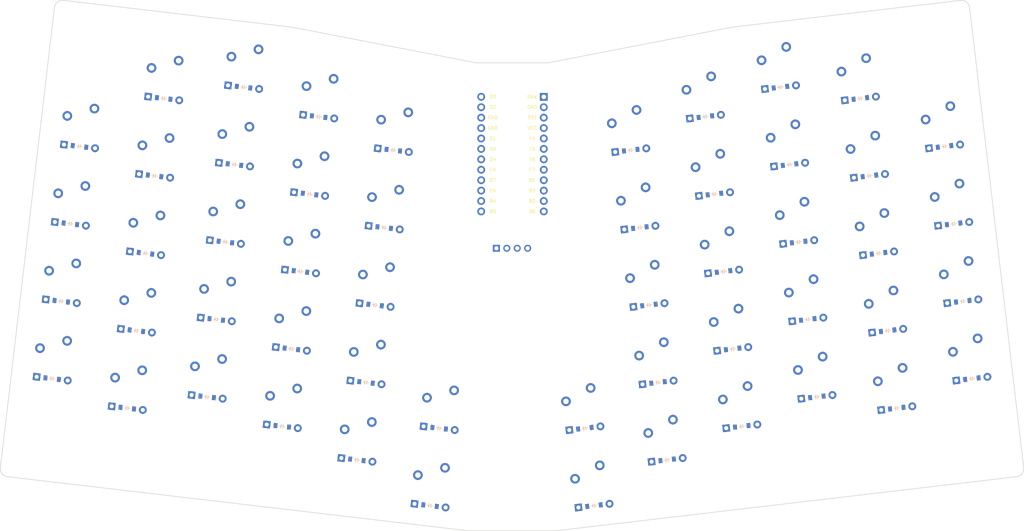
<source format=kicad_pcb>
(kicad_pcb (version 20171130) (host pcbnew 5.1.6)
  (title_block (title keyboard-design) (rev v1.0.0) (company Unknown))
  (layers (0 F.Cu signal) (31 B.Cu signal) (34 B.Paste user) (35 F.Paste user) (36 B.SilkS user) (37 F.SilkS user) (38 B.Mask user) (39 F.Mask user) (44 Edge.Cuts user))
  (net 0 "")
  (net 1 "pinky_home")
  (net 2 "D2")
  (net 3 "pinky_mid")
  (net 4 "pinky_top")
  (net 5 "pinky_num")
  (net 6 "ring_bottom")
  (net 7 "ring_home")
  (net 8 "D3")
  (net 9 "ring_mid")
  (net 10 "ring_top")
  (net 11 "ring_num")
  (net 12 "middle_bottom")
  (net 13 "middle_home")
  (net 14 "D4")
  (net 15 "middle_mid")
  (net 16 "middle_top")
  (net 17 "middle_num")
  (net 18 "index_bottom")
  (net 19 "index_home")
  (net 20 "C6")
  (net 21 "index_mid")
  (net 22 "index_top")
  (net 23 "index_num")
  (net 24 "inner_bottom")
  (net 25 "inner_home")
  (net 26 "D7")
  (net 27 "inner_mid")
  (net 28 "inner_top")
  (net 29 "inner_num")
  (net 30 "thumb_bottom_thumb")
  (net 31 "thumb_bottom")
  (net 32 "mirror_pinky_home")
  (net 33 "F4")
  (net 34 "mirror_pinky_mid")
  (net 35 "mirror_pinky_top")
  (net 36 "mirror_pinky_num")
  (net 37 "mirror_ring_bottom")
  (net 38 "mirror_ring_home")
  (net 39 "F5")
  (net 40 "mirror_ring_mid")
  (net 41 "mirror_ring_top")
  (net 42 "mirror_ring_num")
  (net 43 "mirror_middle_bottom")
  (net 44 "mirror_middle_home")
  (net 45 "F6")
  (net 46 "mirror_middle_mid")
  (net 47 "mirror_middle_top")
  (net 48 "mirror_middle_num")
  (net 49 "mirror_index_bottom")
  (net 50 "mirror_index_home")
  (net 51 "F7")
  (net 52 "mirror_index_mid")
  (net 53 "mirror_index_top")
  (net 54 "mirror_index_num")
  (net 55 "mirror_inner_bottom")
  (net 56 "mirror_inner_home")
  (net 57 "B1")
  (net 58 "mirror_inner_mid")
  (net 59 "mirror_inner_top")
  (net 60 "mirror_inner_num")
  (net 61 "mirror_thumb_bottom_thumb")
  (net 62 "mirror_thumb_bottom")
  (net 63 "RAW")
  (net 64 "GND")
  (net 65 "RST")
  (net 66 "VCC")
  (net 67 "B3")
  (net 68 "B2")
  (net 69 "B6")
  (net 70 "D1")
  (net 71 "D0")
  (net 72 "E6")
  (net 73 "B4")
  (net 74 "B5")
  (module MX (layer F.Cu) (at 4.433488 -37.7404847 -6.7)
    (fp_text reference "S1" hide)
    (fp_text value "" hide)
    (pad "" np_thru_hole circle (at 0 0) (size 3.9878 3.9878) (drill 3.9878) (layers *.Cu *.Mask))
    (pad "" np_thru_hole circle (at 5.08 0) (size 1.7018 1.7018) (drill 1.7018) (layers *.Cu *.Mask))
    (pad "" np_thru_hole circle (at -5.08 0) (size 1.7018 1.7018) (drill 1.7018) (layers *.Cu *.Mask))
    (pad 1 thru_hole circle (at 2.54 -5.08) (size 2.35 2.35) (drill 1.35) (layers *.Cu *.Mask) (net 1 "pinky_home"))
    (pad 2 thru_hole circle (at -3.81 -2.54) (size 2.35 2.35) (drill 1.35) (layers *.Cu *.Mask) (net 2 "D2"))
  )
  (module MX (layer F.Cu) (at 6.650232 -56.610727 -6.7)
    (fp_text reference "S2" hide)
    (fp_text value "" hide)
    (pad "" np_thru_hole circle (at 0 0) (size 3.9878 3.9878) (drill 3.9878) (layers *.Cu *.Mask))
    (pad "" np_thru_hole circle (at 5.08 0) (size 1.7018 1.7018) (drill 1.7018) (layers *.Cu *.Mask))
    (pad "" np_thru_hole circle (at -5.08 0) (size 1.7018 1.7018) (drill 1.7018) (layers *.Cu *.Mask))
    (pad 1 thru_hole circle (at 2.54 -5.08) (size 2.35 2.35) (drill 1.35) (layers *.Cu *.Mask) (net 3 "pinky_mid"))
    (pad 2 thru_hole circle (at -3.81 -2.54) (size 2.35 2.35) (drill 1.35) (layers *.Cu *.Mask) (net 2 "D2"))
  )
  (module MX (layer F.Cu) (at 8.866976 -75.4809694 -6.7)
    (fp_text reference "S3" hide)
    (fp_text value "" hide)
    (pad "" np_thru_hole circle (at 0 0) (size 3.9878 3.9878) (drill 3.9878) (layers *.Cu *.Mask))
    (pad "" np_thru_hole circle (at 5.08 0) (size 1.7018 1.7018) (drill 1.7018) (layers *.Cu *.Mask))
    (pad "" np_thru_hole circle (at -5.08 0) (size 1.7018 1.7018) (drill 1.7018) (layers *.Cu *.Mask))
    (pad 1 thru_hole circle (at 2.54 -5.08) (size 2.35 2.35) (drill 1.35) (layers *.Cu *.Mask) (net 4 "pinky_top"))
    (pad 2 thru_hole circle (at -3.81 -2.54) (size 2.35 2.35) (drill 1.35) (layers *.Cu *.Mask) (net 2 "D2"))
  )
  (module MX (layer F.Cu) (at 11.08372 -94.3512117 -6.7)
    (fp_text reference "S4" hide)
    (fp_text value "" hide)
    (pad "" np_thru_hole circle (at 0 0) (size 3.9878 3.9878) (drill 3.9878) (layers *.Cu *.Mask))
    (pad "" np_thru_hole circle (at 5.08 0) (size 1.7018 1.7018) (drill 1.7018) (layers *.Cu *.Mask))
    (pad "" np_thru_hole circle (at -5.08 0) (size 1.7018 1.7018) (drill 1.7018) (layers *.Cu *.Mask))
    (pad 1 thru_hole circle (at 2.54 -5.08) (size 2.35 2.35) (drill 1.35) (layers *.Cu *.Mask) (net 5 "pinky_num"))
    (pad 2 thru_hole circle (at -3.81 -2.54) (size 2.35 2.35) (drill 1.35) (layers *.Cu *.Mask) (net 2 "D2"))
  )
  (module MX (layer F.Cu) (at 22.7203767 -30.5578874 -6.7)
    (fp_text reference "S5" hide)
    (fp_text value "" hide)
    (pad "" np_thru_hole circle (at 0 0) (size 3.9878 3.9878) (drill 3.9878) (layers *.Cu *.Mask))
    (pad "" np_thru_hole circle (at 5.08 0) (size 1.7018 1.7018) (drill 1.7018) (layers *.Cu *.Mask))
    (pad "" np_thru_hole circle (at -5.08 0) (size 1.7018 1.7018) (drill 1.7018) (layers *.Cu *.Mask))
    (pad 1 thru_hole circle (at 2.54 -5.08) (size 2.35 2.35) (drill 1.35) (layers *.Cu *.Mask) (net 6 "ring_bottom"))
    (pad 2 thru_hole circle (at -3.81 -2.54) (size 2.35 2.35) (drill 1.35) (layers *.Cu *.Mask) (net 2 "D2"))
  )
  (module MX (layer F.Cu) (at 24.9371207 -49.4281298 -6.7)
    (fp_text reference "S6" hide)
    (fp_text value "" hide)
    (pad "" np_thru_hole circle (at 0 0) (size 3.9878 3.9878) (drill 3.9878) (layers *.Cu *.Mask))
    (pad "" np_thru_hole circle (at 5.08 0) (size 1.7018 1.7018) (drill 1.7018) (layers *.Cu *.Mask))
    (pad "" np_thru_hole circle (at -5.08 0) (size 1.7018 1.7018) (drill 1.7018) (layers *.Cu *.Mask))
    (pad 1 thru_hole circle (at 2.54 -5.08) (size 2.35 2.35) (drill 1.35) (layers *.Cu *.Mask) (net 7 "ring_home"))
    (pad 2 thru_hole circle (at -3.81 -2.54) (size 2.35 2.35) (drill 1.35) (layers *.Cu *.Mask) (net 8 "D3"))
  )
  (module MX (layer F.Cu) (at 27.1538647 -68.2983721 -6.7)
    (fp_text reference "S7" hide)
    (fp_text value "" hide)
    (pad "" np_thru_hole circle (at 0 0) (size 3.9878 3.9878) (drill 3.9878) (layers *.Cu *.Mask))
    (pad "" np_thru_hole circle (at 5.08 0) (size 1.7018 1.7018) (drill 1.7018) (layers *.Cu *.Mask))
    (pad "" np_thru_hole circle (at -5.08 0) (size 1.7018 1.7018) (drill 1.7018) (layers *.Cu *.Mask))
    (pad 1 thru_hole circle (at 2.54 -5.08) (size 2.35 2.35) (drill 1.35) (layers *.Cu *.Mask) (net 9 "ring_mid"))
    (pad 2 thru_hole circle (at -3.81 -2.54) (size 2.35 2.35) (drill 1.35) (layers *.Cu *.Mask) (net 8 "D3"))
  )
  (module MX (layer F.Cu) (at 29.3706087 -87.1686145 -6.7)
    (fp_text reference "S8" hide)
    (fp_text value "" hide)
    (pad "" np_thru_hole circle (at 0 0) (size 3.9878 3.9878) (drill 3.9878) (layers *.Cu *.Mask))
    (pad "" np_thru_hole circle (at 5.08 0) (size 1.7018 1.7018) (drill 1.7018) (layers *.Cu *.Mask))
    (pad "" np_thru_hole circle (at -5.08 0) (size 1.7018 1.7018) (drill 1.7018) (layers *.Cu *.Mask))
    (pad 1 thru_hole circle (at 2.54 -5.08) (size 2.35 2.35) (drill 1.35) (layers *.Cu *.Mask) (net 10 "ring_top"))
    (pad 2 thru_hole circle (at -3.81 -2.54) (size 2.35 2.35) (drill 1.35) (layers *.Cu *.Mask) (net 8 "D3"))
  )
  (module MX (layer F.Cu) (at 31.5873527 -106.0388568 -6.7)
    (fp_text reference "S9" hide)
    (fp_text value "" hide)
    (pad "" np_thru_hole circle (at 0 0) (size 3.9878 3.9878) (drill 3.9878) (layers *.Cu *.Mask))
    (pad "" np_thru_hole circle (at 5.08 0) (size 1.7018 1.7018) (drill 1.7018) (layers *.Cu *.Mask))
    (pad "" np_thru_hole circle (at -5.08 0) (size 1.7018 1.7018) (drill 1.7018) (layers *.Cu *.Mask))
    (pad 1 thru_hole circle (at 2.54 -5.08) (size 2.35 2.35) (drill 1.35) (layers *.Cu *.Mask) (net 11 "ring_num"))
    (pad 2 thru_hole circle (at -3.81 -2.54) (size 2.35 2.35) (drill 1.35) (layers *.Cu *.Mask) (net 8 "D3"))
  )
  (module MX (layer F.Cu) (at 42.1739727 -33.3069967 -6.7)
    (fp_text reference "S10" hide)
    (fp_text value "" hide)
    (pad "" np_thru_hole circle (at 0 0) (size 3.9878 3.9878) (drill 3.9878) (layers *.Cu *.Mask))
    (pad "" np_thru_hole circle (at 5.08 0) (size 1.7018 1.7018) (drill 1.7018) (layers *.Cu *.Mask))
    (pad "" np_thru_hole circle (at -5.08 0) (size 1.7018 1.7018) (drill 1.7018) (layers *.Cu *.Mask))
    (pad 1 thru_hole circle (at 2.54 -5.08) (size 2.35 2.35) (drill 1.35) (layers *.Cu *.Mask) (net 12 "middle_bottom"))
    (pad 2 thru_hole circle (at -3.81 -2.54) (size 2.35 2.35) (drill 1.35) (layers *.Cu *.Mask) (net 8 "D3"))
  )
  (module MX (layer F.Cu) (at 44.3907167 -52.177239 -6.7)
    (fp_text reference "S11" hide)
    (fp_text value "" hide)
    (pad "" np_thru_hole circle (at 0 0) (size 3.9878 3.9878) (drill 3.9878) (layers *.Cu *.Mask))
    (pad "" np_thru_hole circle (at 5.08 0) (size 1.7018 1.7018) (drill 1.7018) (layers *.Cu *.Mask))
    (pad "" np_thru_hole circle (at -5.08 0) (size 1.7018 1.7018) (drill 1.7018) (layers *.Cu *.Mask))
    (pad 1 thru_hole circle (at 2.54 -5.08) (size 2.35 2.35) (drill 1.35) (layers *.Cu *.Mask) (net 13 "middle_home"))
    (pad 2 thru_hole circle (at -3.81 -2.54) (size 2.35 2.35) (drill 1.35) (layers *.Cu *.Mask) (net 14 "D4"))
  )
  (module MX (layer F.Cu) (at 46.6074607 -71.0474814 -6.7)
    (fp_text reference "S12" hide)
    (fp_text value "" hide)
    (pad "" np_thru_hole circle (at 0 0) (size 3.9878 3.9878) (drill 3.9878) (layers *.Cu *.Mask))
    (pad "" np_thru_hole circle (at 5.08 0) (size 1.7018 1.7018) (drill 1.7018) (layers *.Cu *.Mask))
    (pad "" np_thru_hole circle (at -5.08 0) (size 1.7018 1.7018) (drill 1.7018) (layers *.Cu *.Mask))
    (pad 1 thru_hole circle (at 2.54 -5.08) (size 2.35 2.35) (drill 1.35) (layers *.Cu *.Mask) (net 15 "middle_mid"))
    (pad 2 thru_hole circle (at -3.81 -2.54) (size 2.35 2.35) (drill 1.35) (layers *.Cu *.Mask) (net 14 "D4"))
  )
  (module MX (layer F.Cu) (at 48.8242047 -89.9177237 -6.7)
    (fp_text reference "S13" hide)
    (fp_text value "" hide)
    (pad "" np_thru_hole circle (at 0 0) (size 3.9878 3.9878) (drill 3.9878) (layers *.Cu *.Mask))
    (pad "" np_thru_hole circle (at 5.08 0) (size 1.7018 1.7018) (drill 1.7018) (layers *.Cu *.Mask))
    (pad "" np_thru_hole circle (at -5.08 0) (size 1.7018 1.7018) (drill 1.7018) (layers *.Cu *.Mask))
    (pad 1 thru_hole circle (at 2.54 -5.08) (size 2.35 2.35) (drill 1.35) (layers *.Cu *.Mask) (net 16 "middle_top"))
    (pad 2 thru_hole circle (at -3.81 -2.54) (size 2.35 2.35) (drill 1.35) (layers *.Cu *.Mask) (net 14 "D4"))
  )
  (module MX (layer F.Cu) (at 51.0409487 -108.787966 -6.7)
    (fp_text reference "S14" hide)
    (fp_text value "" hide)
    (pad "" np_thru_hole circle (at 0 0) (size 3.9878 3.9878) (drill 3.9878) (layers *.Cu *.Mask))
    (pad "" np_thru_hole circle (at 5.08 0) (size 1.7018 1.7018) (drill 1.7018) (layers *.Cu *.Mask))
    (pad "" np_thru_hole circle (at -5.08 0) (size 1.7018 1.7018) (drill 1.7018) (layers *.Cu *.Mask))
    (pad 1 thru_hole circle (at 2.54 -5.08) (size 2.35 2.35) (drill 1.35) (layers *.Cu *.Mask) (net 17 "middle_num"))
    (pad 2 thru_hole circle (at -3.81 -2.54) (size 2.35 2.35) (drill 1.35) (layers *.Cu *.Mask) (net 14 "D4"))
  )
  (module MX (layer F.Cu) (at 60.4608613 -26.1243994 -6.7)
    (fp_text reference "S15" hide)
    (fp_text value "" hide)
    (pad "" np_thru_hole circle (at 0 0) (size 3.9878 3.9878) (drill 3.9878) (layers *.Cu *.Mask))
    (pad "" np_thru_hole circle (at 5.08 0) (size 1.7018 1.7018) (drill 1.7018) (layers *.Cu *.Mask))
    (pad "" np_thru_hole circle (at -5.08 0) (size 1.7018 1.7018) (drill 1.7018) (layers *.Cu *.Mask))
    (pad 1 thru_hole circle (at 2.54 -5.08) (size 2.35 2.35) (drill 1.35) (layers *.Cu *.Mask) (net 18 "index_bottom"))
    (pad 2 thru_hole circle (at -3.81 -2.54) (size 2.35 2.35) (drill 1.35) (layers *.Cu *.Mask) (net 14 "D4"))
  )
  (module MX (layer F.Cu) (at 62.6776054 -44.9946418 -6.7)
    (fp_text reference "S16" hide)
    (fp_text value "" hide)
    (pad "" np_thru_hole circle (at 0 0) (size 3.9878 3.9878) (drill 3.9878) (layers *.Cu *.Mask))
    (pad "" np_thru_hole circle (at 5.08 0) (size 1.7018 1.7018) (drill 1.7018) (layers *.Cu *.Mask))
    (pad "" np_thru_hole circle (at -5.08 0) (size 1.7018 1.7018) (drill 1.7018) (layers *.Cu *.Mask))
    (pad 1 thru_hole circle (at 2.54 -5.08) (size 2.35 2.35) (drill 1.35) (layers *.Cu *.Mask) (net 19 "index_home"))
    (pad 2 thru_hole circle (at -3.81 -2.54) (size 2.35 2.35) (drill 1.35) (layers *.Cu *.Mask) (net 20 "C6"))
  )
  (module MX (layer F.Cu) (at 64.8943494 -63.8648841 -6.7)
    (fp_text reference "S17" hide)
    (fp_text value "" hide)
    (pad "" np_thru_hole circle (at 0 0) (size 3.9878 3.9878) (drill 3.9878) (layers *.Cu *.Mask))
    (pad "" np_thru_hole circle (at 5.08 0) (size 1.7018 1.7018) (drill 1.7018) (layers *.Cu *.Mask))
    (pad "" np_thru_hole circle (at -5.08 0) (size 1.7018 1.7018) (drill 1.7018) (layers *.Cu *.Mask))
    (pad 1 thru_hole circle (at 2.54 -5.08) (size 2.35 2.35) (drill 1.35) (layers *.Cu *.Mask) (net 21 "index_mid"))
    (pad 2 thru_hole circle (at -3.81 -2.54) (size 2.35 2.35) (drill 1.35) (layers *.Cu *.Mask) (net 20 "C6"))
  )
  (module MX (layer F.Cu) (at 67.1110934 -82.7351264 -6.7)
    (fp_text reference "S18" hide)
    (fp_text value "" hide)
    (pad "" np_thru_hole circle (at 0 0) (size 3.9878 3.9878) (drill 3.9878) (layers *.Cu *.Mask))
    (pad "" np_thru_hole circle (at 5.08 0) (size 1.7018 1.7018) (drill 1.7018) (layers *.Cu *.Mask))
    (pad "" np_thru_hole circle (at -5.08 0) (size 1.7018 1.7018) (drill 1.7018) (layers *.Cu *.Mask))
    (pad 1 thru_hole circle (at 2.54 -5.08) (size 2.35 2.35) (drill 1.35) (layers *.Cu *.Mask) (net 22 "index_top"))
    (pad 2 thru_hole circle (at -3.81 -2.54) (size 2.35 2.35) (drill 1.35) (layers *.Cu *.Mask) (net 20 "C6"))
  )
  (module MX (layer F.Cu) (at 69.3278374 -101.6053688 -6.7)
    (fp_text reference "S19" hide)
    (fp_text value "" hide)
    (pad "" np_thru_hole circle (at 0 0) (size 3.9878 3.9878) (drill 3.9878) (layers *.Cu *.Mask))
    (pad "" np_thru_hole circle (at 5.08 0) (size 1.7018 1.7018) (drill 1.7018) (layers *.Cu *.Mask))
    (pad "" np_thru_hole circle (at -5.08 0) (size 1.7018 1.7018) (drill 1.7018) (layers *.Cu *.Mask))
    (pad 1 thru_hole circle (at 2.54 -5.08) (size 2.35 2.35) (drill 1.35) (layers *.Cu *.Mask) (net 23 "index_num"))
    (pad 2 thru_hole circle (at -3.81 -2.54) (size 2.35 2.35) (drill 1.35) (layers *.Cu *.Mask) (net 20 "C6"))
  )
  (module MX (layer F.Cu) (at 78.6310793 -17.9486315 -6.7)
    (fp_text reference "S20" hide)
    (fp_text value "" hide)
    (pad "" np_thru_hole circle (at 0 0) (size 3.9878 3.9878) (drill 3.9878) (layers *.Cu *.Mask))
    (pad "" np_thru_hole circle (at 5.08 0) (size 1.7018 1.7018) (drill 1.7018) (layers *.Cu *.Mask))
    (pad "" np_thru_hole circle (at -5.08 0) (size 1.7018 1.7018) (drill 1.7018) (layers *.Cu *.Mask))
    (pad 1 thru_hole circle (at 2.54 -5.08) (size 2.35 2.35) (drill 1.35) (layers *.Cu *.Mask) (net 24 "inner_bottom"))
    (pad 2 thru_hole circle (at -3.81 -2.54) (size 2.35 2.35) (drill 1.35) (layers *.Cu *.Mask) (net 20 "C6"))
  )
  (module MX (layer F.Cu) (at 80.8478233 -36.8188739 -6.7)
    (fp_text reference "S21" hide)
    (fp_text value "" hide)
    (pad "" np_thru_hole circle (at 0 0) (size 3.9878 3.9878) (drill 3.9878) (layers *.Cu *.Mask))
    (pad "" np_thru_hole circle (at 5.08 0) (size 1.7018 1.7018) (drill 1.7018) (layers *.Cu *.Mask))
    (pad "" np_thru_hole circle (at -5.08 0) (size 1.7018 1.7018) (drill 1.7018) (layers *.Cu *.Mask))
    (pad 1 thru_hole circle (at 2.54 -5.08) (size 2.35 2.35) (drill 1.35) (layers *.Cu *.Mask) (net 25 "inner_home"))
    (pad 2 thru_hole circle (at -3.81 -2.54) (size 2.35 2.35) (drill 1.35) (layers *.Cu *.Mask) (net 26 "D7"))
  )
  (module MX (layer F.Cu) (at 83.0645673 -55.6891162 -6.7)
    (fp_text reference "S22" hide)
    (fp_text value "" hide)
    (pad "" np_thru_hole circle (at 0 0) (size 3.9878 3.9878) (drill 3.9878) (layers *.Cu *.Mask))
    (pad "" np_thru_hole circle (at 5.08 0) (size 1.7018 1.7018) (drill 1.7018) (layers *.Cu *.Mask))
    (pad "" np_thru_hole circle (at -5.08 0) (size 1.7018 1.7018) (drill 1.7018) (layers *.Cu *.Mask))
    (pad 1 thru_hole circle (at 2.54 -5.08) (size 2.35 2.35) (drill 1.35) (layers *.Cu *.Mask) (net 27 "inner_mid"))
    (pad 2 thru_hole circle (at -3.81 -2.54) (size 2.35 2.35) (drill 1.35) (layers *.Cu *.Mask) (net 26 "D7"))
  )
  (module MX (layer F.Cu) (at 85.2813113 -74.5593585 -6.7)
    (fp_text reference "S23" hide)
    (fp_text value "" hide)
    (pad "" np_thru_hole circle (at 0 0) (size 3.9878 3.9878) (drill 3.9878) (layers *.Cu *.Mask))
    (pad "" np_thru_hole circle (at 5.08 0) (size 1.7018 1.7018) (drill 1.7018) (layers *.Cu *.Mask))
    (pad "" np_thru_hole circle (at -5.08 0) (size 1.7018 1.7018) (drill 1.7018) (layers *.Cu *.Mask))
    (pad 1 thru_hole circle (at 2.54 -5.08) (size 2.35 2.35) (drill 1.35) (layers *.Cu *.Mask) (net 28 "inner_top"))
    (pad 2 thru_hole circle (at -3.81 -2.54) (size 2.35 2.35) (drill 1.35) (layers *.Cu *.Mask) (net 26 "D7"))
  )
  (module MX (layer F.Cu) (at 87.4980553 -93.4296009 -6.7)
    (fp_text reference "S24" hide)
    (fp_text value "" hide)
    (pad "" np_thru_hole circle (at 0 0) (size 3.9878 3.9878) (drill 3.9878) (layers *.Cu *.Mask))
    (pad "" np_thru_hole circle (at 5.08 0) (size 1.7018 1.7018) (drill 1.7018) (layers *.Cu *.Mask))
    (pad "" np_thru_hole circle (at -5.08 0) (size 1.7018 1.7018) (drill 1.7018) (layers *.Cu *.Mask))
    (pad 1 thru_hole circle (at 2.54 -5.08) (size 2.35 2.35) (drill 1.35) (layers *.Cu *.Mask) (net 29 "inner_num"))
    (pad 2 thru_hole circle (at -3.81 -2.54) (size 2.35 2.35) (drill 1.35) (layers *.Cu *.Mask) (net 26 "D7"))
  )
  (module MX (layer F.Cu) (at 96.451285 -6.7933517 -6.7)
    (fp_text reference "S25" hide)
    (fp_text value "" hide)
    (pad "" np_thru_hole circle (at 0 0) (size 3.9878 3.9878) (drill 3.9878) (layers *.Cu *.Mask))
    (pad "" np_thru_hole circle (at 5.08 0) (size 1.7018 1.7018) (drill 1.7018) (layers *.Cu *.Mask))
    (pad "" np_thru_hole circle (at -5.08 0) (size 1.7018 1.7018) (drill 1.7018) (layers *.Cu *.Mask))
    (pad 1 thru_hole circle (at 2.54 -5.08) (size 2.35 2.35) (drill 1.35) (layers *.Cu *.Mask) (net 30 "thumb_bottom_thumb"))
    (pad 2 thru_hole circle (at -3.81 -2.54) (size 2.35 2.35) (drill 1.35) (layers *.Cu *.Mask) (net 26 "D7"))
  )
  (module MX (layer F.Cu) (at 98.668029 -25.663594 -6.7)
    (fp_text reference "S26" hide)
    (fp_text value "" hide)
    (pad "" np_thru_hole circle (at 0 0) (size 3.9878 3.9878) (drill 3.9878) (layers *.Cu *.Mask))
    (pad "" np_thru_hole circle (at 5.08 0) (size 1.7018 1.7018) (drill 1.7018) (layers *.Cu *.Mask))
    (pad "" np_thru_hole circle (at -5.08 0) (size 1.7018 1.7018) (drill 1.7018) (layers *.Cu *.Mask))
    (pad 1 thru_hole circle (at 2.54 -5.08) (size 2.35 2.35) (drill 1.35) (layers *.Cu *.Mask) (net 31 "thumb_bottom"))
    (pad 2 thru_hole circle (at -3.81 -2.54) (size 2.35 2.35) (drill 1.35) (layers *.Cu *.Mask) (net 26 "D7"))
  )
  (module MX (layer F.Cu) (at 227.33605799999998 -37.7404847 6.7)
    (fp_text reference "S27" hide)
    (fp_text value "" hide)
    (pad "" np_thru_hole circle (at 0 0) (size 3.9878 3.9878) (drill 3.9878) (layers *.Cu *.Mask))
    (pad "" np_thru_hole circle (at 5.08 0) (size 1.7018 1.7018) (drill 1.7018) (layers *.Cu *.Mask))
    (pad "" np_thru_hole circle (at -5.08 0) (size 1.7018 1.7018) (drill 1.7018) (layers *.Cu *.Mask))
    (pad 1 thru_hole circle (at 2.54 -5.08) (size 2.35 2.35) (drill 1.35) (layers *.Cu *.Mask) (net 32 "mirror_pinky_home"))
    (pad 2 thru_hole circle (at -3.81 -2.54) (size 2.35 2.35) (drill 1.35) (layers *.Cu *.Mask) (net 33 "F4"))
  )
  (module MX (layer F.Cu) (at 225.119314 -56.610727 6.7)
    (fp_text reference "S28" hide)
    (fp_text value "" hide)
    (pad "" np_thru_hole circle (at 0 0) (size 3.9878 3.9878) (drill 3.9878) (layers *.Cu *.Mask))
    (pad "" np_thru_hole circle (at 5.08 0) (size 1.7018 1.7018) (drill 1.7018) (layers *.Cu *.Mask))
    (pad "" np_thru_hole circle (at -5.08 0) (size 1.7018 1.7018) (drill 1.7018) (layers *.Cu *.Mask))
    (pad 1 thru_hole circle (at 2.54 -5.08) (size 2.35 2.35) (drill 1.35) (layers *.Cu *.Mask) (net 34 "mirror_pinky_mid"))
    (pad 2 thru_hole circle (at -3.81 -2.54) (size 2.35 2.35) (drill 1.35) (layers *.Cu *.Mask) (net 33 "F4"))
  )
  (module MX (layer F.Cu) (at 222.90257 -75.4809694 6.7)
    (fp_text reference "S29" hide)
    (fp_text value "" hide)
    (pad "" np_thru_hole circle (at 0 0) (size 3.9878 3.9878) (drill 3.9878) (layers *.Cu *.Mask))
    (pad "" np_thru_hole circle (at 5.08 0) (size 1.7018 1.7018) (drill 1.7018) (layers *.Cu *.Mask))
    (pad "" np_thru_hole circle (at -5.08 0) (size 1.7018 1.7018) (drill 1.7018) (layers *.Cu *.Mask))
    (pad 1 thru_hole circle (at 2.54 -5.08) (size 2.35 2.35) (drill 1.35) (layers *.Cu *.Mask) (net 35 "mirror_pinky_top"))
    (pad 2 thru_hole circle (at -3.81 -2.54) (size 2.35 2.35) (drill 1.35) (layers *.Cu *.Mask) (net 33 "F4"))
  )
  (module MX (layer F.Cu) (at 220.685826 -94.3512117 6.7)
    (fp_text reference "S30" hide)
    (fp_text value "" hide)
    (pad "" np_thru_hole circle (at 0 0) (size 3.9878 3.9878) (drill 3.9878) (layers *.Cu *.Mask))
    (pad "" np_thru_hole circle (at 5.08 0) (size 1.7018 1.7018) (drill 1.7018) (layers *.Cu *.Mask))
    (pad "" np_thru_hole circle (at -5.08 0) (size 1.7018 1.7018) (drill 1.7018) (layers *.Cu *.Mask))
    (pad 1 thru_hole circle (at 2.54 -5.08) (size 2.35 2.35) (drill 1.35) (layers *.Cu *.Mask) (net 36 "mirror_pinky_num"))
    (pad 2 thru_hole circle (at -3.81 -2.54) (size 2.35 2.35) (drill 1.35) (layers *.Cu *.Mask) (net 33 "F4"))
  )
  (module MX (layer F.Cu) (at 209.0491693 -30.5578874 6.7)
    (fp_text reference "S31" hide)
    (fp_text value "" hide)
    (pad "" np_thru_hole circle (at 0 0) (size 3.9878 3.9878) (drill 3.9878) (layers *.Cu *.Mask))
    (pad "" np_thru_hole circle (at 5.08 0) (size 1.7018 1.7018) (drill 1.7018) (layers *.Cu *.Mask))
    (pad "" np_thru_hole circle (at -5.08 0) (size 1.7018 1.7018) (drill 1.7018) (layers *.Cu *.Mask))
    (pad 1 thru_hole circle (at 2.54 -5.08) (size 2.35 2.35) (drill 1.35) (layers *.Cu *.Mask) (net 37 "mirror_ring_bottom"))
    (pad 2 thru_hole circle (at -3.81 -2.54) (size 2.35 2.35) (drill 1.35) (layers *.Cu *.Mask) (net 33 "F4"))
  )
  (module MX (layer F.Cu) (at 206.83242529999998 -49.4281298 6.7)
    (fp_text reference "S32" hide)
    (fp_text value "" hide)
    (pad "" np_thru_hole circle (at 0 0) (size 3.9878 3.9878) (drill 3.9878) (layers *.Cu *.Mask))
    (pad "" np_thru_hole circle (at 5.08 0) (size 1.7018 1.7018) (drill 1.7018) (layers *.Cu *.Mask))
    (pad "" np_thru_hole circle (at -5.08 0) (size 1.7018 1.7018) (drill 1.7018) (layers *.Cu *.Mask))
    (pad 1 thru_hole circle (at 2.54 -5.08) (size 2.35 2.35) (drill 1.35) (layers *.Cu *.Mask) (net 38 "mirror_ring_home"))
    (pad 2 thru_hole circle (at -3.81 -2.54) (size 2.35 2.35) (drill 1.35) (layers *.Cu *.Mask) (net 39 "F5"))
  )
  (module MX (layer F.Cu) (at 204.6156813 -68.2983721 6.7)
    (fp_text reference "S33" hide)
    (fp_text value "" hide)
    (pad "" np_thru_hole circle (at 0 0) (size 3.9878 3.9878) (drill 3.9878) (layers *.Cu *.Mask))
    (pad "" np_thru_hole circle (at 5.08 0) (size 1.7018 1.7018) (drill 1.7018) (layers *.Cu *.Mask))
    (pad "" np_thru_hole circle (at -5.08 0) (size 1.7018 1.7018) (drill 1.7018) (layers *.Cu *.Mask))
    (pad 1 thru_hole circle (at 2.54 -5.08) (size 2.35 2.35) (drill 1.35) (layers *.Cu *.Mask) (net 40 "mirror_ring_mid"))
    (pad 2 thru_hole circle (at -3.81 -2.54) (size 2.35 2.35) (drill 1.35) (layers *.Cu *.Mask) (net 39 "F5"))
  )
  (module MX (layer F.Cu) (at 202.3989373 -87.1686145 6.7)
    (fp_text reference "S34" hide)
    (fp_text value "" hide)
    (pad "" np_thru_hole circle (at 0 0) (size 3.9878 3.9878) (drill 3.9878) (layers *.Cu *.Mask))
    (pad "" np_thru_hole circle (at 5.08 0) (size 1.7018 1.7018) (drill 1.7018) (layers *.Cu *.Mask))
    (pad "" np_thru_hole circle (at -5.08 0) (size 1.7018 1.7018) (drill 1.7018) (layers *.Cu *.Mask))
    (pad 1 thru_hole circle (at 2.54 -5.08) (size 2.35 2.35) (drill 1.35) (layers *.Cu *.Mask) (net 41 "mirror_ring_top"))
    (pad 2 thru_hole circle (at -3.81 -2.54) (size 2.35 2.35) (drill 1.35) (layers *.Cu *.Mask) (net 39 "F5"))
  )
  (module MX (layer F.Cu) (at 200.1821933 -106.0388568 6.7)
    (fp_text reference "S35" hide)
    (fp_text value "" hide)
    (pad "" np_thru_hole circle (at 0 0) (size 3.9878 3.9878) (drill 3.9878) (layers *.Cu *.Mask))
    (pad "" np_thru_hole circle (at 5.08 0) (size 1.7018 1.7018) (drill 1.7018) (layers *.Cu *.Mask))
    (pad "" np_thru_hole circle (at -5.08 0) (size 1.7018 1.7018) (drill 1.7018) (layers *.Cu *.Mask))
    (pad 1 thru_hole circle (at 2.54 -5.08) (size 2.35 2.35) (drill 1.35) (layers *.Cu *.Mask) (net 42 "mirror_ring_num"))
    (pad 2 thru_hole circle (at -3.81 -2.54) (size 2.35 2.35) (drill 1.35) (layers *.Cu *.Mask) (net 39 "F5"))
  )
  (module MX (layer F.Cu) (at 189.59557329999998 -33.3069967 6.7)
    (fp_text reference "S36" hide)
    (fp_text value "" hide)
    (pad "" np_thru_hole circle (at 0 0) (size 3.9878 3.9878) (drill 3.9878) (layers *.Cu *.Mask))
    (pad "" np_thru_hole circle (at 5.08 0) (size 1.7018 1.7018) (drill 1.7018) (layers *.Cu *.Mask))
    (pad "" np_thru_hole circle (at -5.08 0) (size 1.7018 1.7018) (drill 1.7018) (layers *.Cu *.Mask))
    (pad 1 thru_hole circle (at 2.54 -5.08) (size 2.35 2.35) (drill 1.35) (layers *.Cu *.Mask) (net 43 "mirror_middle_bottom"))
    (pad 2 thru_hole circle (at -3.81 -2.54) (size 2.35 2.35) (drill 1.35) (layers *.Cu *.Mask) (net 39 "F5"))
  )
  (module MX (layer F.Cu) (at 187.3788293 -52.177239 6.7)
    (fp_text reference "S37" hide)
    (fp_text value "" hide)
    (pad "" np_thru_hole circle (at 0 0) (size 3.9878 3.9878) (drill 3.9878) (layers *.Cu *.Mask))
    (pad "" np_thru_hole circle (at 5.08 0) (size 1.7018 1.7018) (drill 1.7018) (layers *.Cu *.Mask))
    (pad "" np_thru_hole circle (at -5.08 0) (size 1.7018 1.7018) (drill 1.7018) (layers *.Cu *.Mask))
    (pad 1 thru_hole circle (at 2.54 -5.08) (size 2.35 2.35) (drill 1.35) (layers *.Cu *.Mask) (net 44 "mirror_middle_home"))
    (pad 2 thru_hole circle (at -3.81 -2.54) (size 2.35 2.35) (drill 1.35) (layers *.Cu *.Mask) (net 45 "F6"))
  )
  (module MX (layer F.Cu) (at 185.1620853 -71.0474814 6.7)
    (fp_text reference "S38" hide)
    (fp_text value "" hide)
    (pad "" np_thru_hole circle (at 0 0) (size 3.9878 3.9878) (drill 3.9878) (layers *.Cu *.Mask))
    (pad "" np_thru_hole circle (at 5.08 0) (size 1.7018 1.7018) (drill 1.7018) (layers *.Cu *.Mask))
    (pad "" np_thru_hole circle (at -5.08 0) (size 1.7018 1.7018) (drill 1.7018) (layers *.Cu *.Mask))
    (pad 1 thru_hole circle (at 2.54 -5.08) (size 2.35 2.35) (drill 1.35) (layers *.Cu *.Mask) (net 46 "mirror_middle_mid"))
    (pad 2 thru_hole circle (at -3.81 -2.54) (size 2.35 2.35) (drill 1.35) (layers *.Cu *.Mask) (net 45 "F6"))
  )
  (module MX (layer F.Cu) (at 182.9453413 -89.9177237 6.7)
    (fp_text reference "S39" hide)
    (fp_text value "" hide)
    (pad "" np_thru_hole circle (at 0 0) (size 3.9878 3.9878) (drill 3.9878) (layers *.Cu *.Mask))
    (pad "" np_thru_hole circle (at 5.08 0) (size 1.7018 1.7018) (drill 1.7018) (layers *.Cu *.Mask))
    (pad "" np_thru_hole circle (at -5.08 0) (size 1.7018 1.7018) (drill 1.7018) (layers *.Cu *.Mask))
    (pad 1 thru_hole circle (at 2.54 -5.08) (size 2.35 2.35) (drill 1.35) (layers *.Cu *.Mask) (net 47 "mirror_middle_top"))
    (pad 2 thru_hole circle (at -3.81 -2.54) (size 2.35 2.35) (drill 1.35) (layers *.Cu *.Mask) (net 45 "F6"))
  )
  (module MX (layer F.Cu) (at 180.7285973 -108.787966 6.7)
    (fp_text reference "S40" hide)
    (fp_text value "" hide)
    (pad "" np_thru_hole circle (at 0 0) (size 3.9878 3.9878) (drill 3.9878) (layers *.Cu *.Mask))
    (pad "" np_thru_hole circle (at 5.08 0) (size 1.7018 1.7018) (drill 1.7018) (layers *.Cu *.Mask))
    (pad "" np_thru_hole circle (at -5.08 0) (size 1.7018 1.7018) (drill 1.7018) (layers *.Cu *.Mask))
    (pad 1 thru_hole circle (at 2.54 -5.08) (size 2.35 2.35) (drill 1.35) (layers *.Cu *.Mask) (net 48 "mirror_middle_num"))
    (pad 2 thru_hole circle (at -3.81 -2.54) (size 2.35 2.35) (drill 1.35) (layers *.Cu *.Mask) (net 45 "F6"))
  )
  (module MX (layer F.Cu) (at 171.3086847 -26.1243994 6.7)
    (fp_text reference "S41" hide)
    (fp_text value "" hide)
    (pad "" np_thru_hole circle (at 0 0) (size 3.9878 3.9878) (drill 3.9878) (layers *.Cu *.Mask))
    (pad "" np_thru_hole circle (at 5.08 0) (size 1.7018 1.7018) (drill 1.7018) (layers *.Cu *.Mask))
    (pad "" np_thru_hole circle (at -5.08 0) (size 1.7018 1.7018) (drill 1.7018) (layers *.Cu *.Mask))
    (pad 1 thru_hole circle (at 2.54 -5.08) (size 2.35 2.35) (drill 1.35) (layers *.Cu *.Mask) (net 49 "mirror_index_bottom"))
    (pad 2 thru_hole circle (at -3.81 -2.54) (size 2.35 2.35) (drill 1.35) (layers *.Cu *.Mask) (net 45 "F6"))
  )
  (module MX (layer F.Cu) (at 169.0919406 -44.9946418 6.7)
    (fp_text reference "S42" hide)
    (fp_text value "" hide)
    (pad "" np_thru_hole circle (at 0 0) (size 3.9878 3.9878) (drill 3.9878) (layers *.Cu *.Mask))
    (pad "" np_thru_hole circle (at 5.08 0) (size 1.7018 1.7018) (drill 1.7018) (layers *.Cu *.Mask))
    (pad "" np_thru_hole circle (at -5.08 0) (size 1.7018 1.7018) (drill 1.7018) (layers *.Cu *.Mask))
    (pad 1 thru_hole circle (at 2.54 -5.08) (size 2.35 2.35) (drill 1.35) (layers *.Cu *.Mask) (net 50 "mirror_index_home"))
    (pad 2 thru_hole circle (at -3.81 -2.54) (size 2.35 2.35) (drill 1.35) (layers *.Cu *.Mask) (net 51 "F7"))
  )
  (module MX (layer F.Cu) (at 166.87519659999998 -63.8648841 6.7)
    (fp_text reference "S43" hide)
    (fp_text value "" hide)
    (pad "" np_thru_hole circle (at 0 0) (size 3.9878 3.9878) (drill 3.9878) (layers *.Cu *.Mask))
    (pad "" np_thru_hole circle (at 5.08 0) (size 1.7018 1.7018) (drill 1.7018) (layers *.Cu *.Mask))
    (pad "" np_thru_hole circle (at -5.08 0) (size 1.7018 1.7018) (drill 1.7018) (layers *.Cu *.Mask))
    (pad 1 thru_hole circle (at 2.54 -5.08) (size 2.35 2.35) (drill 1.35) (layers *.Cu *.Mask) (net 52 "mirror_index_mid"))
    (pad 2 thru_hole circle (at -3.81 -2.54) (size 2.35 2.35) (drill 1.35) (layers *.Cu *.Mask) (net 51 "F7"))
  )
  (module MX (layer F.Cu) (at 164.65845259999998 -82.7351264 6.7)
    (fp_text reference "S44" hide)
    (fp_text value "" hide)
    (pad "" np_thru_hole circle (at 0 0) (size 3.9878 3.9878) (drill 3.9878) (layers *.Cu *.Mask))
    (pad "" np_thru_hole circle (at 5.08 0) (size 1.7018 1.7018) (drill 1.7018) (layers *.Cu *.Mask))
    (pad "" np_thru_hole circle (at -5.08 0) (size 1.7018 1.7018) (drill 1.7018) (layers *.Cu *.Mask))
    (pad 1 thru_hole circle (at 2.54 -5.08) (size 2.35 2.35) (drill 1.35) (layers *.Cu *.Mask) (net 53 "mirror_index_top"))
    (pad 2 thru_hole circle (at -3.81 -2.54) (size 2.35 2.35) (drill 1.35) (layers *.Cu *.Mask) (net 51 "F7"))
  )
  (module MX (layer F.Cu) (at 162.44170859999997 -101.6053688 6.7)
    (fp_text reference "S45" hide)
    (fp_text value "" hide)
    (pad "" np_thru_hole circle (at 0 0) (size 3.9878 3.9878) (drill 3.9878) (layers *.Cu *.Mask))
    (pad "" np_thru_hole circle (at 5.08 0) (size 1.7018 1.7018) (drill 1.7018) (layers *.Cu *.Mask))
    (pad "" np_thru_hole circle (at -5.08 0) (size 1.7018 1.7018) (drill 1.7018) (layers *.Cu *.Mask))
    (pad 1 thru_hole circle (at 2.54 -5.08) (size 2.35 2.35) (drill 1.35) (layers *.Cu *.Mask) (net 54 "mirror_index_num"))
    (pad 2 thru_hole circle (at -3.81 -2.54) (size 2.35 2.35) (drill 1.35) (layers *.Cu *.Mask) (net 51 "F7"))
  )
  (module MX (layer F.Cu) (at 153.13846669999998 -17.9486315 6.7)
    (fp_text reference "S46" hide)
    (fp_text value "" hide)
    (pad "" np_thru_hole circle (at 0 0) (size 3.9878 3.9878) (drill 3.9878) (layers *.Cu *.Mask))
    (pad "" np_thru_hole circle (at 5.08 0) (size 1.7018 1.7018) (drill 1.7018) (layers *.Cu *.Mask))
    (pad "" np_thru_hole circle (at -5.08 0) (size 1.7018 1.7018) (drill 1.7018) (layers *.Cu *.Mask))
    (pad 1 thru_hole circle (at 2.54 -5.08) (size 2.35 2.35) (drill 1.35) (layers *.Cu *.Mask) (net 55 "mirror_inner_bottom"))
    (pad 2 thru_hole circle (at -3.81 -2.54) (size 2.35 2.35) (drill 1.35) (layers *.Cu *.Mask) (net 51 "F7"))
  )
  (module MX (layer F.Cu) (at 150.92172269999998 -36.8188739 6.7)
    (fp_text reference "S47" hide)
    (fp_text value "" hide)
    (pad "" np_thru_hole circle (at 0 0) (size 3.9878 3.9878) (drill 3.9878) (layers *.Cu *.Mask))
    (pad "" np_thru_hole circle (at 5.08 0) (size 1.7018 1.7018) (drill 1.7018) (layers *.Cu *.Mask))
    (pad "" np_thru_hole circle (at -5.08 0) (size 1.7018 1.7018) (drill 1.7018) (layers *.Cu *.Mask))
    (pad 1 thru_hole circle (at 2.54 -5.08) (size 2.35 2.35) (drill 1.35) (layers *.Cu *.Mask) (net 56 "mirror_inner_home"))
    (pad 2 thru_hole circle (at -3.81 -2.54) (size 2.35 2.35) (drill 1.35) (layers *.Cu *.Mask) (net 57 "B1"))
  )
  (module MX (layer F.Cu) (at 148.7049787 -55.6891162 6.7)
    (fp_text reference "S48" hide)
    (fp_text value "" hide)
    (pad "" np_thru_hole circle (at 0 0) (size 3.9878 3.9878) (drill 3.9878) (layers *.Cu *.Mask))
    (pad "" np_thru_hole circle (at 5.08 0) (size 1.7018 1.7018) (drill 1.7018) (layers *.Cu *.Mask))
    (pad "" np_thru_hole circle (at -5.08 0) (size 1.7018 1.7018) (drill 1.7018) (layers *.Cu *.Mask))
    (pad 1 thru_hole circle (at 2.54 -5.08) (size 2.35 2.35) (drill 1.35) (layers *.Cu *.Mask) (net 58 "mirror_inner_mid"))
    (pad 2 thru_hole circle (at -3.81 -2.54) (size 2.35 2.35) (drill 1.35) (layers *.Cu *.Mask) (net 57 "B1"))
  )
  (module MX (layer F.Cu) (at 146.4882347 -74.5593585 6.7)
    (fp_text reference "S49" hide)
    (fp_text value "" hide)
    (pad "" np_thru_hole circle (at 0 0) (size 3.9878 3.9878) (drill 3.9878) (layers *.Cu *.Mask))
    (pad "" np_thru_hole circle (at 5.08 0) (size 1.7018 1.7018) (drill 1.7018) (layers *.Cu *.Mask))
    (pad "" np_thru_hole circle (at -5.08 0) (size 1.7018 1.7018) (drill 1.7018) (layers *.Cu *.Mask))
    (pad 1 thru_hole circle (at 2.54 -5.08) (size 2.35 2.35) (drill 1.35) (layers *.Cu *.Mask) (net 59 "mirror_inner_top"))
    (pad 2 thru_hole circle (at -3.81 -2.54) (size 2.35 2.35) (drill 1.35) (layers *.Cu *.Mask) (net 57 "B1"))
  )
  (module MX (layer F.Cu) (at 144.2714907 -93.4296009 6.7)
    (fp_text reference "S50" hide)
    (fp_text value "" hide)
    (pad "" np_thru_hole circle (at 0 0) (size 3.9878 3.9878) (drill 3.9878) (layers *.Cu *.Mask))
    (pad "" np_thru_hole circle (at 5.08 0) (size 1.7018 1.7018) (drill 1.7018) (layers *.Cu *.Mask))
    (pad "" np_thru_hole circle (at -5.08 0) (size 1.7018 1.7018) (drill 1.7018) (layers *.Cu *.Mask))
    (pad 1 thru_hole circle (at 2.54 -5.08) (size 2.35 2.35) (drill 1.35) (layers *.Cu *.Mask) (net 60 "mirror_inner_num"))
    (pad 2 thru_hole circle (at -3.81 -2.54) (size 2.35 2.35) (drill 1.35) (layers *.Cu *.Mask) (net 57 "B1"))
  )
  (module MX (layer F.Cu) (at 135.318261 -6.7933517 6.7)
    (fp_text reference "S51" hide)
    (fp_text value "" hide)
    (pad "" np_thru_hole circle (at 0 0) (size 3.9878 3.9878) (drill 3.9878) (layers *.Cu *.Mask))
    (pad "" np_thru_hole circle (at 5.08 0) (size 1.7018 1.7018) (drill 1.7018) (layers *.Cu *.Mask))
    (pad "" np_thru_hole circle (at -5.08 0) (size 1.7018 1.7018) (drill 1.7018) (layers *.Cu *.Mask))
    (pad 1 thru_hole circle (at 2.54 -5.08) (size 2.35 2.35) (drill 1.35) (layers *.Cu *.Mask) (net 61 "mirror_thumb_bottom_thumb"))
    (pad 2 thru_hole circle (at -3.81 -2.54) (size 2.35 2.35) (drill 1.35) (layers *.Cu *.Mask) (net 57 "B1"))
  )
  (module MX (layer F.Cu) (at 133.101517 -25.663594 6.7)
    (fp_text reference "S52" hide)
    (fp_text value "" hide)
    (pad "" np_thru_hole circle (at 0 0) (size 3.9878 3.9878) (drill 3.9878) (layers *.Cu *.Mask))
    (pad "" np_thru_hole circle (at 5.08 0) (size 1.7018 1.7018) (drill 1.7018) (layers *.Cu *.Mask))
    (pad "" np_thru_hole circle (at -5.08 0) (size 1.7018 1.7018) (drill 1.7018) (layers *.Cu *.Mask))
    (pad 1 thru_hole circle (at 2.54 -5.08) (size 2.35 2.35) (drill 1.35) (layers *.Cu *.Mask) (net 62 "mirror_thumb_bottom"))
    (pad 2 thru_hole circle (at -3.81 -2.54) (size 2.35 2.35) (drill 1.35) (layers *.Cu *.Mask) (net 57 "B1"))
  )
  (module ProMicro (layer F.Cu) (at 116 -88 270)
    (fp_text reference "MCU1" hide)
    (fp_text value "" hide)
    (fp_text user RAW (at -13.97 -4.8 360) (layer F.SilkS) (effects (font (size 0.8 0.8))))
    (fp_text user GND (at -11.43 -4.8 360) (layer F.SilkS) (effects (font (size 0.8 0.8))))
    (fp_text user RST (at -8.89 -4.8 360) (layer F.SilkS) (effects (font (size 0.8 0.8))))
    (fp_text user VCC (at -6.35 -4.8 360) (layer F.SilkS) (effects (font (size 0.8 0.8))))
    (fp_text user F4 (at -3.81 -4.8 360) (layer F.SilkS) (effects (font (size 0.8 0.8))))
    (fp_text user F5 (at -1.27 -4.8 360) (layer F.SilkS) (effects (font (size 0.8 0.8))))
    (fp_text user F6 (at 1.27 -4.8 360) (layer F.SilkS) (effects (font (size 0.8 0.8))))
    (fp_text user F7 (at 3.81 -4.8 360) (layer F.SilkS) (effects (font (size 0.8 0.8))))
    (fp_text user B1 (at 6.35 -4.8 360) (layer F.SilkS) (effects (font (size 0.8 0.8))))
    (fp_text user B3 (at 8.89 -4.8 360) (layer F.SilkS) (effects (font (size 0.8 0.8))))
    (fp_text user B2 (at 11.43 -4.8 360) (layer F.SilkS) (effects (font (size 0.8 0.8))))
    (fp_text user B6 (at 13.97 -4.8 360) (layer F.SilkS) (effects (font (size 0.8 0.8))))
    (fp_text user D3 (at -13.97 4.8 360) (layer F.SilkS) (effects (font (size 0.8 0.8))))
    (fp_text user D2 (at -11.43 4.8 360) (layer F.SilkS) (effects (font (size 0.8 0.8))))
    (fp_text user GND (at -8.89 4.8 360) (layer F.SilkS) (effects (font (size 0.8 0.8))))
    (fp_text user GND (at -6.35 4.8 360) (layer F.SilkS) (effects (font (size 0.8 0.8))))
    (fp_text user D1 (at -3.81 4.8 360) (layer F.SilkS) (effects (font (size 0.8 0.8))))
    (fp_text user D0 (at -1.27 4.8 360) (layer F.SilkS) (effects (font (size 0.8 0.8))))
    (fp_text user D4 (at 1.27 4.8 360) (layer F.SilkS) (effects (font (size 0.8 0.8))))
    (fp_text user C6 (at 3.81 4.8 360) (layer F.SilkS) (effects (font (size 0.8 0.8))))
    (fp_text user D7 (at 6.35 4.8 360) (layer F.SilkS) (effects (font (size 0.8 0.8))))
    (fp_text user E6 (at 8.89 4.8 360) (layer F.SilkS) (effects (font (size 0.8 0.8))))
    (fp_text user B4 (at 11.43 4.8 360) (layer F.SilkS) (effects (font (size 0.8 0.8))))
    (fp_text user B5 (at 13.97 4.8 360) (layer F.SilkS) (effects (font (size 0.8 0.8))))
    (pad 1 thru_hole rect (at -13.97 -7.62 270) (size 1.9 1.9) (drill 1.0922) (layers *.Cu *.Mask) (net 63 "RAW"))
    (pad 2 thru_hole circle (at -11.43 -7.62 0) (size 1.9 1.9) (drill 1.0922) (layers *.Cu *.Mask) (net 64 "GND"))
    (pad 3 thru_hole circle (at -8.89 -7.62 0) (size 1.9 1.9) (drill 1.0922) (layers *.Cu *.Mask) (net 65 "RST"))
    (pad 4 thru_hole circle (at -6.35 -7.62 0) (size 1.9 1.9) (drill 1.0922) (layers *.Cu *.Mask) (net 66 "VCC"))
    (pad 5 thru_hole circle (at -3.81 -7.62 0) (size 1.9 1.9) (drill 1.0922) (layers *.Cu *.Mask) (net 33 "F4"))
    (pad 6 thru_hole circle (at -1.27 -7.62 0) (size 1.9 1.9) (drill 1.0922) (layers *.Cu *.Mask) (net 39 "F5"))
    (pad 7 thru_hole circle (at 1.27 -7.62 0) (size 1.9 1.9) (drill 1.0922) (layers *.Cu *.Mask) (net 45 "F6"))
    (pad 8 thru_hole circle (at 3.81 -7.62 0) (size 1.9 1.9) (drill 1.0922) (layers *.Cu *.Mask) (net 51 "F7"))
    (pad 9 thru_hole circle (at 6.35 -7.62 0) (size 1.9 1.9) (drill 1.0922) (layers *.Cu *.Mask) (net 57 "B1"))
    (pad 10 thru_hole circle (at 8.89 -7.62 0) (size 1.9 1.9) (drill 1.0922) (layers *.Cu *.Mask) (net 67 "B3"))
    (pad 11 thru_hole circle (at 11.43 -7.62 0) (size 1.9 1.9) (drill 1.0922) (layers *.Cu *.Mask) (net 68 "B2"))
    (pad 12 thru_hole circle (at 13.97 -7.62 0) (size 1.9 1.9) (drill 1.0922) (layers *.Cu *.Mask) (net 69 "B6"))
    (pad 13 thru_hole circle (at -13.97 7.62 0) (size 1.9 1.9) (drill 1.0922) (layers *.Cu *.Mask) (net 8 "D3"))
    (pad 14 thru_hole circle (at -11.43 7.62 0) (size 1.9 1.9) (drill 1.0922) (layers *.Cu *.Mask) (net 2 "D2"))
    (pad 15 thru_hole circle (at -8.89 7.62 0) (size 1.9 1.9) (drill 1.0922) (layers *.Cu *.Mask) (net 64 "GND"))
    (pad 16 thru_hole circle (at -6.35 7.62 0) (size 1.9 1.9) (drill 1.0922) (layers *.Cu *.Mask) (net 64 "GND"))
    (pad 17 thru_hole circle (at -3.81 7.62 0) (size 1.9 1.9) (drill 1.0922) (layers *.Cu *.Mask) (net 70 "D1"))
    (pad 18 thru_hole circle (at -1.27 7.62 0) (size 1.9 1.9) (drill 1.0922) (layers *.Cu *.Mask) (net 71 "D0"))
    (pad 19 thru_hole circle (at 1.27 7.62 0) (size 1.9 1.9) (drill 1.0922) (layers *.Cu *.Mask) (net 14 "D4"))
    (pad 20 thru_hole circle (at 3.81 7.62 0) (size 1.9 1.9) (drill 1.0922) (layers *.Cu *.Mask) (net 20 "C6"))
    (pad 21 thru_hole circle (at 6.35 7.62 0) (size 1.9 1.9) (drill 1.0922) (layers *.Cu *.Mask) (net 26 "D7"))
    (pad 22 thru_hole circle (at 8.89 7.62 0) (size 1.9 1.9) (drill 1.0922) (layers *.Cu *.Mask) (net 72 "E6"))
    (pad 23 thru_hole circle (at 11.43 7.62 0) (size 1.9 1.9) (drill 1.0922) (layers *.Cu *.Mask) (net 73 "B4"))
    (pad 24 thru_hole circle (at 13.97 7.62 0) (size 1.9 1.9) (drill 1.0922) (layers *.Cu *.Mask) (net 74 "B5"))
  )
  (module ComboDiode (layer F.Cu) (at 3.9084696999999995 -33.271216800000005 -6.7)
    (fp_text reference "D1" hide)
    (fp_text value "" hide)
    (pad 1 smd rect (at -1.65 0 -6.7) (size 0.9 1.2) (layers F.Cu F.Paste F.Mask) (net 73 "B4"))
    (pad 2 smd rect (at 1.65 0 -6.7) (size 0.9 1.2) (layers B.Cu B.Paste B.Mask) (net 1 "pinky_home"))
    (pad 1 smd rect (at -1.65 0 -6.7) (size 0.9 1.2) (layers B.Cu B.Paste B.Mask) (net 73 "B4"))
    (pad 2 smd rect (at 1.65 0 -6.7) (size 0.9 1.2) (layers F.Cu F.Paste F.Mask) (net 1 "pinky_home"))
    (pad 1 thru_hole rect (at -3.81 0 -6.7) (size 1.778 1.778) (drill 0.9906) (layers *.Cu *.Mask) (net 73 "B4"))
    (pad 2 thru_hole circle (at 3.81 0 -6.7) (size 1.905 1.905) (drill 0.9906) (layers *.Cu *.Mask) (net 1 "pinky_home"))
  )
  (module ComboDiode (layer F.Cu) (at 6.1252137 -52.1414591 -6.7)
    (fp_text reference "D2" hide)
    (fp_text value "" hide)
    (pad 1 smd rect (at -1.65 0 -6.7) (size 0.9 1.2) (layers F.Cu F.Paste F.Mask) (net 68 "B2"))
    (pad 2 smd rect (at 1.65 0 -6.7) (size 0.9 1.2) (layers B.Cu B.Paste B.Mask) (net 3 "pinky_mid"))
    (pad 1 smd rect (at -1.65 0 -6.7) (size 0.9 1.2) (layers B.Cu B.Paste B.Mask) (net 68 "B2"))
    (pad 2 smd rect (at 1.65 0 -6.7) (size 0.9 1.2) (layers F.Cu F.Paste F.Mask) (net 3 "pinky_mid"))
    (pad 1 thru_hole rect (at -3.81 0 -6.7) (size 1.778 1.778) (drill 0.9906) (layers *.Cu *.Mask) (net 68 "B2"))
    (pad 2 thru_hole circle (at 3.81 0 -6.7) (size 1.905 1.905) (drill 0.9906) (layers *.Cu *.Mask) (net 3 "pinky_mid"))
  )
  (module ComboDiode (layer F.Cu) (at 8.3419577 -71.0117015 -6.7)
    (fp_text reference "D3" hide)
    (fp_text value "" hide)
    (pad 1 smd rect (at -1.65 0 -6.7) (size 0.9 1.2) (layers F.Cu F.Paste F.Mask) (net 67 "B3"))
    (pad 2 smd rect (at 1.65 0 -6.7) (size 0.9 1.2) (layers B.Cu B.Paste B.Mask) (net 4 "pinky_top"))
    (pad 1 smd rect (at -1.65 0 -6.7) (size 0.9 1.2) (layers B.Cu B.Paste B.Mask) (net 67 "B3"))
    (pad 2 smd rect (at 1.65 0 -6.7) (size 0.9 1.2) (layers F.Cu F.Paste F.Mask) (net 4 "pinky_top"))
    (pad 1 thru_hole rect (at -3.81 0 -6.7) (size 1.778 1.778) (drill 0.9906) (layers *.Cu *.Mask) (net 67 "B3"))
    (pad 2 thru_hole circle (at 3.81 0 -6.7) (size 1.905 1.905) (drill 0.9906) (layers *.Cu *.Mask) (net 4 "pinky_top"))
  )
  (module ComboDiode (layer F.Cu) (at 10.5587017 -89.88194379999999 -6.7)
    (fp_text reference "D4" hide)
    (fp_text value "" hide)
    (pad 1 smd rect (at -1.65 0 -6.7) (size 0.9 1.2) (layers F.Cu F.Paste F.Mask) (net 69 "B6"))
    (pad 2 smd rect (at 1.65 0 -6.7) (size 0.9 1.2) (layers B.Cu B.Paste B.Mask) (net 5 "pinky_num"))
    (pad 1 smd rect (at -1.65 0 -6.7) (size 0.9 1.2) (layers B.Cu B.Paste B.Mask) (net 69 "B6"))
    (pad 2 smd rect (at 1.65 0 -6.7) (size 0.9 1.2) (layers F.Cu F.Paste F.Mask) (net 5 "pinky_num"))
    (pad 1 thru_hole rect (at -3.81 0 -6.7) (size 1.778 1.778) (drill 0.9906) (layers *.Cu *.Mask) (net 69 "B6"))
    (pad 2 thru_hole circle (at 3.81 0 -6.7) (size 1.905 1.905) (drill 0.9906) (layers *.Cu *.Mask) (net 5 "pinky_num"))
  )
  (module ComboDiode (layer F.Cu) (at 22.1953584 -26.0886195 -6.7)
    (fp_text reference "D5" hide)
    (fp_text value "" hide)
    (pad 1 smd rect (at -1.65 0 -6.7) (size 0.9 1.2) (layers F.Cu F.Paste F.Mask) (net 72 "E6"))
    (pad 2 smd rect (at 1.65 0 -6.7) (size 0.9 1.2) (layers B.Cu B.Paste B.Mask) (net 6 "ring_bottom"))
    (pad 1 smd rect (at -1.65 0 -6.7) (size 0.9 1.2) (layers B.Cu B.Paste B.Mask) (net 72 "E6"))
    (pad 2 smd rect (at 1.65 0 -6.7) (size 0.9 1.2) (layers F.Cu F.Paste F.Mask) (net 6 "ring_bottom"))
    (pad 1 thru_hole rect (at -3.81 0 -6.7) (size 1.778 1.778) (drill 0.9906) (layers *.Cu *.Mask) (net 72 "E6"))
    (pad 2 thru_hole circle (at 3.81 0 -6.7) (size 1.905 1.905) (drill 0.9906) (layers *.Cu *.Mask) (net 6 "ring_bottom"))
  )
  (module ComboDiode (layer F.Cu) (at 24.412102400000002 -44.9588619 -6.7)
    (fp_text reference "D6" hide)
    (fp_text value "" hide)
    (pad 1 smd rect (at -1.65 0 -6.7) (size 0.9 1.2) (layers F.Cu F.Paste F.Mask) (net 73 "B4"))
    (pad 2 smd rect (at 1.65 0 -6.7) (size 0.9 1.2) (layers B.Cu B.Paste B.Mask) (net 7 "ring_home"))
    (pad 1 smd rect (at -1.65 0 -6.7) (size 0.9 1.2) (layers B.Cu B.Paste B.Mask) (net 73 "B4"))
    (pad 2 smd rect (at 1.65 0 -6.7) (size 0.9 1.2) (layers F.Cu F.Paste F.Mask) (net 7 "ring_home"))
    (pad 1 thru_hole rect (at -3.81 0 -6.7) (size 1.778 1.778) (drill 0.9906) (layers *.Cu *.Mask) (net 73 "B4"))
    (pad 2 thru_hole circle (at 3.81 0 -6.7) (size 1.905 1.905) (drill 0.9906) (layers *.Cu *.Mask) (net 7 "ring_home"))
  )
  (module ComboDiode (layer F.Cu) (at 26.6288464 -63.829104199999996 -6.7)
    (fp_text reference "D7" hide)
    (fp_text value "" hide)
    (pad 1 smd rect (at -1.65 0 -6.7) (size 0.9 1.2) (layers F.Cu F.Paste F.Mask) (net 68 "B2"))
    (pad 2 smd rect (at 1.65 0 -6.7) (size 0.9 1.2) (layers B.Cu B.Paste B.Mask) (net 9 "ring_mid"))
    (pad 1 smd rect (at -1.65 0 -6.7) (size 0.9 1.2) (layers B.Cu B.Paste B.Mask) (net 68 "B2"))
    (pad 2 smd rect (at 1.65 0 -6.7) (size 0.9 1.2) (layers F.Cu F.Paste F.Mask) (net 9 "ring_mid"))
    (pad 1 thru_hole rect (at -3.81 0 -6.7) (size 1.778 1.778) (drill 0.9906) (layers *.Cu *.Mask) (net 68 "B2"))
    (pad 2 thru_hole circle (at 3.81 0 -6.7) (size 1.905 1.905) (drill 0.9906) (layers *.Cu *.Mask) (net 9 "ring_mid"))
  )
  (module ComboDiode (layer F.Cu) (at 28.8455904 -82.6993466 -6.7)
    (fp_text reference "D8" hide)
    (fp_text value "" hide)
    (pad 1 smd rect (at -1.65 0 -6.7) (size 0.9 1.2) (layers F.Cu F.Paste F.Mask) (net 67 "B3"))
    (pad 2 smd rect (at 1.65 0 -6.7) (size 0.9 1.2) (layers B.Cu B.Paste B.Mask) (net 10 "ring_top"))
    (pad 1 smd rect (at -1.65 0 -6.7) (size 0.9 1.2) (layers B.Cu B.Paste B.Mask) (net 67 "B3"))
    (pad 2 smd rect (at 1.65 0 -6.7) (size 0.9 1.2) (layers F.Cu F.Paste F.Mask) (net 10 "ring_top"))
    (pad 1 thru_hole rect (at -3.81 0 -6.7) (size 1.778 1.778) (drill 0.9906) (layers *.Cu *.Mask) (net 67 "B3"))
    (pad 2 thru_hole circle (at 3.81 0 -6.7) (size 1.905 1.905) (drill 0.9906) (layers *.Cu *.Mask) (net 10 "ring_top"))
  )
  (module ComboDiode (layer F.Cu) (at 31.0623344 -101.5695889 -6.7)
    (fp_text reference "D9" hide)
    (fp_text value "" hide)
    (pad 1 smd rect (at -1.65 0 -6.7) (size 0.9 1.2) (layers F.Cu F.Paste F.Mask) (net 69 "B6"))
    (pad 2 smd rect (at 1.65 0 -6.7) (size 0.9 1.2) (layers B.Cu B.Paste B.Mask) (net 11 "ring_num"))
    (pad 1 smd rect (at -1.65 0 -6.7) (size 0.9 1.2) (layers B.Cu B.Paste B.Mask) (net 69 "B6"))
    (pad 2 smd rect (at 1.65 0 -6.7) (size 0.9 1.2) (layers F.Cu F.Paste F.Mask) (net 11 "ring_num"))
    (pad 1 thru_hole rect (at -3.81 0 -6.7) (size 1.778 1.778) (drill 0.9906) (layers *.Cu *.Mask) (net 69 "B6"))
    (pad 2 thru_hole circle (at 3.81 0 -6.7) (size 1.905 1.905) (drill 0.9906) (layers *.Cu *.Mask) (net 11 "ring_num"))
  )
  (module ComboDiode (layer F.Cu) (at 41.6489544 -28.8377288 -6.7)
    (fp_text reference "D10" hide)
    (fp_text value "" hide)
    (pad 1 smd rect (at -1.65 0 -6.7) (size 0.9 1.2) (layers F.Cu F.Paste F.Mask) (net 72 "E6"))
    (pad 2 smd rect (at 1.65 0 -6.7) (size 0.9 1.2) (layers B.Cu B.Paste B.Mask) (net 12 "middle_bottom"))
    (pad 1 smd rect (at -1.65 0 -6.7) (size 0.9 1.2) (layers B.Cu B.Paste B.Mask) (net 72 "E6"))
    (pad 2 smd rect (at 1.65 0 -6.7) (size 0.9 1.2) (layers F.Cu F.Paste F.Mask) (net 12 "middle_bottom"))
    (pad 1 thru_hole rect (at -3.81 0 -6.7) (size 1.778 1.778) (drill 0.9906) (layers *.Cu *.Mask) (net 72 "E6"))
    (pad 2 thru_hole circle (at 3.81 0 -6.7) (size 1.905 1.905) (drill 0.9906) (layers *.Cu *.Mask) (net 12 "middle_bottom"))
  )
  (module ComboDiode (layer F.Cu) (at 43.8656984 -47.7079711 -6.7)
    (fp_text reference "D11" hide)
    (fp_text value "" hide)
    (pad 1 smd rect (at -1.65 0 -6.7) (size 0.9 1.2) (layers F.Cu F.Paste F.Mask) (net 73 "B4"))
    (pad 2 smd rect (at 1.65 0 -6.7) (size 0.9 1.2) (layers B.Cu B.Paste B.Mask) (net 13 "middle_home"))
    (pad 1 smd rect (at -1.65 0 -6.7) (size 0.9 1.2) (layers B.Cu B.Paste B.Mask) (net 73 "B4"))
    (pad 2 smd rect (at 1.65 0 -6.7) (size 0.9 1.2) (layers F.Cu F.Paste F.Mask) (net 13 "middle_home"))
    (pad 1 thru_hole rect (at -3.81 0 -6.7) (size 1.778 1.778) (drill 0.9906) (layers *.Cu *.Mask) (net 73 "B4"))
    (pad 2 thru_hole circle (at 3.81 0 -6.7) (size 1.905 1.905) (drill 0.9906) (layers *.Cu *.Mask) (net 13 "middle_home"))
  )
  (module ComboDiode (layer F.Cu) (at 46.0824424 -66.57821349999999 -6.7)
    (fp_text reference "D12" hide)
    (fp_text value "" hide)
    (pad 1 smd rect (at -1.65 0 -6.7) (size 0.9 1.2) (layers F.Cu F.Paste F.Mask) (net 68 "B2"))
    (pad 2 smd rect (at 1.65 0 -6.7) (size 0.9 1.2) (layers B.Cu B.Paste B.Mask) (net 15 "middle_mid"))
    (pad 1 smd rect (at -1.65 0 -6.7) (size 0.9 1.2) (layers B.Cu B.Paste B.Mask) (net 68 "B2"))
    (pad 2 smd rect (at 1.65 0 -6.7) (size 0.9 1.2) (layers F.Cu F.Paste F.Mask) (net 15 "middle_mid"))
    (pad 1 thru_hole rect (at -3.81 0 -6.7) (size 1.778 1.778) (drill 0.9906) (layers *.Cu *.Mask) (net 68 "B2"))
    (pad 2 thru_hole circle (at 3.81 0 -6.7) (size 1.905 1.905) (drill 0.9906) (layers *.Cu *.Mask) (net 15 "middle_mid"))
  )
  (module ComboDiode (layer F.Cu) (at 48.2991864 -85.44845579999999 -6.7)
    (fp_text reference "D13" hide)
    (fp_text value "" hide)
    (pad 1 smd rect (at -1.65 0 -6.7) (size 0.9 1.2) (layers F.Cu F.Paste F.Mask) (net 67 "B3"))
    (pad 2 smd rect (at 1.65 0 -6.7) (size 0.9 1.2) (layers B.Cu B.Paste B.Mask) (net 16 "middle_top"))
    (pad 1 smd rect (at -1.65 0 -6.7) (size 0.9 1.2) (layers B.Cu B.Paste B.Mask) (net 67 "B3"))
    (pad 2 smd rect (at 1.65 0 -6.7) (size 0.9 1.2) (layers F.Cu F.Paste F.Mask) (net 16 "middle_top"))
    (pad 1 thru_hole rect (at -3.81 0 -6.7) (size 1.778 1.778) (drill 0.9906) (layers *.Cu *.Mask) (net 67 "B3"))
    (pad 2 thru_hole circle (at 3.81 0 -6.7) (size 1.905 1.905) (drill 0.9906) (layers *.Cu *.Mask) (net 16 "middle_top"))
  )
  (module ComboDiode (layer F.Cu) (at 50.5159304 -104.31869809999999 -6.7)
    (fp_text reference "D14" hide)
    (fp_text value "" hide)
    (pad 1 smd rect (at -1.65 0 -6.7) (size 0.9 1.2) (layers F.Cu F.Paste F.Mask) (net 69 "B6"))
    (pad 2 smd rect (at 1.65 0 -6.7) (size 0.9 1.2) (layers B.Cu B.Paste B.Mask) (net 17 "middle_num"))
    (pad 1 smd rect (at -1.65 0 -6.7) (size 0.9 1.2) (layers B.Cu B.Paste B.Mask) (net 69 "B6"))
    (pad 2 smd rect (at 1.65 0 -6.7) (size 0.9 1.2) (layers F.Cu F.Paste F.Mask) (net 17 "middle_num"))
    (pad 1 thru_hole rect (at -3.81 0 -6.7) (size 1.778 1.778) (drill 0.9906) (layers *.Cu *.Mask) (net 69 "B6"))
    (pad 2 thru_hole circle (at 3.81 0 -6.7) (size 1.905 1.905) (drill 0.9906) (layers *.Cu *.Mask) (net 17 "middle_num"))
  )
  (module ComboDiode (layer F.Cu) (at 59.935843 -21.655131500000003 -6.7)
    (fp_text reference "D15" hide)
    (fp_text value "" hide)
    (pad 1 smd rect (at -1.65 0 -6.7) (size 0.9 1.2) (layers F.Cu F.Paste F.Mask) (net 72 "E6"))
    (pad 2 smd rect (at 1.65 0 -6.7) (size 0.9 1.2) (layers B.Cu B.Paste B.Mask) (net 18 "index_bottom"))
    (pad 1 smd rect (at -1.65 0 -6.7) (size 0.9 1.2) (layers B.Cu B.Paste B.Mask) (net 72 "E6"))
    (pad 2 smd rect (at 1.65 0 -6.7) (size 0.9 1.2) (layers F.Cu F.Paste F.Mask) (net 18 "index_bottom"))
    (pad 1 thru_hole rect (at -3.81 0 -6.7) (size 1.778 1.778) (drill 0.9906) (layers *.Cu *.Mask) (net 72 "E6"))
    (pad 2 thru_hole circle (at 3.81 0 -6.7) (size 1.905 1.905) (drill 0.9906) (layers *.Cu *.Mask) (net 18 "index_bottom"))
  )
  (module ComboDiode (layer F.Cu) (at 62.1525871 -40.5253739 -6.7)
    (fp_text reference "D16" hide)
    (fp_text value "" hide)
    (pad 1 smd rect (at -1.65 0 -6.7) (size 0.9 1.2) (layers F.Cu F.Paste F.Mask) (net 73 "B4"))
    (pad 2 smd rect (at 1.65 0 -6.7) (size 0.9 1.2) (layers B.Cu B.Paste B.Mask) (net 19 "index_home"))
    (pad 1 smd rect (at -1.65 0 -6.7) (size 0.9 1.2) (layers B.Cu B.Paste B.Mask) (net 73 "B4"))
    (pad 2 smd rect (at 1.65 0 -6.7) (size 0.9 1.2) (layers F.Cu F.Paste F.Mask) (net 19 "index_home"))
    (pad 1 thru_hole rect (at -3.81 0 -6.7) (size 1.778 1.778) (drill 0.9906) (layers *.Cu *.Mask) (net 73 "B4"))
    (pad 2 thru_hole circle (at 3.81 0 -6.7) (size 1.905 1.905) (drill 0.9906) (layers *.Cu *.Mask) (net 19 "index_home"))
  )
  (module ComboDiode (layer F.Cu) (at 64.3693311 -59.3956162 -6.7)
    (fp_text reference "D17" hide)
    (fp_text value "" hide)
    (pad 1 smd rect (at -1.65 0 -6.7) (size 0.9 1.2) (layers F.Cu F.Paste F.Mask) (net 68 "B2"))
    (pad 2 smd rect (at 1.65 0 -6.7) (size 0.9 1.2) (layers B.Cu B.Paste B.Mask) (net 21 "index_mid"))
    (pad 1 smd rect (at -1.65 0 -6.7) (size 0.9 1.2) (layers B.Cu B.Paste B.Mask) (net 68 "B2"))
    (pad 2 smd rect (at 1.65 0 -6.7) (size 0.9 1.2) (layers F.Cu F.Paste F.Mask) (net 21 "index_mid"))
    (pad 1 thru_hole rect (at -3.81 0 -6.7) (size 1.778 1.778) (drill 0.9906) (layers *.Cu *.Mask) (net 68 "B2"))
    (pad 2 thru_hole circle (at 3.81 0 -6.7) (size 1.905 1.905) (drill 0.9906) (layers *.Cu *.Mask) (net 21 "index_mid"))
  )
  (module ComboDiode (layer F.Cu) (at 66.5860751 -78.2658585 -6.7)
    (fp_text reference "D18" hide)
    (fp_text value "" hide)
    (pad 1 smd rect (at -1.65 0 -6.7) (size 0.9 1.2) (layers F.Cu F.Paste F.Mask) (net 67 "B3"))
    (pad 2 smd rect (at 1.65 0 -6.7) (size 0.9 1.2) (layers B.Cu B.Paste B.Mask) (net 22 "index_top"))
    (pad 1 smd rect (at -1.65 0 -6.7) (size 0.9 1.2) (layers B.Cu B.Paste B.Mask) (net 67 "B3"))
    (pad 2 smd rect (at 1.65 0 -6.7) (size 0.9 1.2) (layers F.Cu F.Paste F.Mask) (net 22 "index_top"))
    (pad 1 thru_hole rect (at -3.81 0 -6.7) (size 1.778 1.778) (drill 0.9906) (layers *.Cu *.Mask) (net 67 "B3"))
    (pad 2 thru_hole circle (at 3.81 0 -6.7) (size 1.905 1.905) (drill 0.9906) (layers *.Cu *.Mask) (net 22 "index_top"))
  )
  (module ComboDiode (layer F.Cu) (at 68.80281910000001 -97.13610089999999 -6.7)
    (fp_text reference "D19" hide)
    (fp_text value "" hide)
    (pad 1 smd rect (at -1.65 0 -6.7) (size 0.9 1.2) (layers F.Cu F.Paste F.Mask) (net 69 "B6"))
    (pad 2 smd rect (at 1.65 0 -6.7) (size 0.9 1.2) (layers B.Cu B.Paste B.Mask) (net 23 "index_num"))
    (pad 1 smd rect (at -1.65 0 -6.7) (size 0.9 1.2) (layers B.Cu B.Paste B.Mask) (net 69 "B6"))
    (pad 2 smd rect (at 1.65 0 -6.7) (size 0.9 1.2) (layers F.Cu F.Paste F.Mask) (net 23 "index_num"))
    (pad 1 thru_hole rect (at -3.81 0 -6.7) (size 1.778 1.778) (drill 0.9906) (layers *.Cu *.Mask) (net 69 "B6"))
    (pad 2 thru_hole circle (at 3.81 0 -6.7) (size 1.905 1.905) (drill 0.9906) (layers *.Cu *.Mask) (net 23 "index_num"))
  )
  (module ComboDiode (layer F.Cu) (at 78.106061 -13.479363600000001 -6.7)
    (fp_text reference "D20" hide)
    (fp_text value "" hide)
    (pad 1 smd rect (at -1.65 0 -6.7) (size 0.9 1.2) (layers F.Cu F.Paste F.Mask) (net 72 "E6"))
    (pad 2 smd rect (at 1.65 0 -6.7) (size 0.9 1.2) (layers B.Cu B.Paste B.Mask) (net 24 "inner_bottom"))
    (pad 1 smd rect (at -1.65 0 -6.7) (size 0.9 1.2) (layers B.Cu B.Paste B.Mask) (net 72 "E6"))
    (pad 2 smd rect (at 1.65 0 -6.7) (size 0.9 1.2) (layers F.Cu F.Paste F.Mask) (net 24 "inner_bottom"))
    (pad 1 thru_hole rect (at -3.81 0 -6.7) (size 1.778 1.778) (drill 0.9906) (layers *.Cu *.Mask) (net 72 "E6"))
    (pad 2 thru_hole circle (at 3.81 0 -6.7) (size 1.905 1.905) (drill 0.9906) (layers *.Cu *.Mask) (net 24 "inner_bottom"))
  )
  (module ComboDiode (layer F.Cu) (at 80.322805 -32.349606 -6.7)
    (fp_text reference "D21" hide)
    (fp_text value "" hide)
    (pad 1 smd rect (at -1.65 0 -6.7) (size 0.9 1.2) (layers F.Cu F.Paste F.Mask) (net 73 "B4"))
    (pad 2 smd rect (at 1.65 0 -6.7) (size 0.9 1.2) (layers B.Cu B.Paste B.Mask) (net 25 "inner_home"))
    (pad 1 smd rect (at -1.65 0 -6.7) (size 0.9 1.2) (layers B.Cu B.Paste B.Mask) (net 73 "B4"))
    (pad 2 smd rect (at 1.65 0 -6.7) (size 0.9 1.2) (layers F.Cu F.Paste F.Mask) (net 25 "inner_home"))
    (pad 1 thru_hole rect (at -3.81 0 -6.7) (size 1.778 1.778) (drill 0.9906) (layers *.Cu *.Mask) (net 73 "B4"))
    (pad 2 thru_hole circle (at 3.81 0 -6.7) (size 1.905 1.905) (drill 0.9906) (layers *.Cu *.Mask) (net 25 "inner_home"))
  )
  (module ComboDiode (layer F.Cu) (at 82.539549 -51.2198483 -6.7)
    (fp_text reference "D22" hide)
    (fp_text value "" hide)
    (pad 1 smd rect (at -1.65 0 -6.7) (size 0.9 1.2) (layers F.Cu F.Paste F.Mask) (net 68 "B2"))
    (pad 2 smd rect (at 1.65 0 -6.7) (size 0.9 1.2) (layers B.Cu B.Paste B.Mask) (net 27 "inner_mid"))
    (pad 1 smd rect (at -1.65 0 -6.7) (size 0.9 1.2) (layers B.Cu B.Paste B.Mask) (net 68 "B2"))
    (pad 2 smd rect (at 1.65 0 -6.7) (size 0.9 1.2) (layers F.Cu F.Paste F.Mask) (net 27 "inner_mid"))
    (pad 1 thru_hole rect (at -3.81 0 -6.7) (size 1.778 1.778) (drill 0.9906) (layers *.Cu *.Mask) (net 68 "B2"))
    (pad 2 thru_hole circle (at 3.81 0 -6.7) (size 1.905 1.905) (drill 0.9906) (layers *.Cu *.Mask) (net 27 "inner_mid"))
  )
  (module ComboDiode (layer F.Cu) (at 84.756293 -70.0900906 -6.7)
    (fp_text reference "D23" hide)
    (fp_text value "" hide)
    (pad 1 smd rect (at -1.65 0 -6.7) (size 0.9 1.2) (layers F.Cu F.Paste F.Mask) (net 67 "B3"))
    (pad 2 smd rect (at 1.65 0 -6.7) (size 0.9 1.2) (layers B.Cu B.Paste B.Mask) (net 28 "inner_top"))
    (pad 1 smd rect (at -1.65 0 -6.7) (size 0.9 1.2) (layers B.Cu B.Paste B.Mask) (net 67 "B3"))
    (pad 2 smd rect (at 1.65 0 -6.7) (size 0.9 1.2) (layers F.Cu F.Paste F.Mask) (net 28 "inner_top"))
    (pad 1 thru_hole rect (at -3.81 0 -6.7) (size 1.778 1.778) (drill 0.9906) (layers *.Cu *.Mask) (net 67 "B3"))
    (pad 2 thru_hole circle (at 3.81 0 -6.7) (size 1.905 1.905) (drill 0.9906) (layers *.Cu *.Mask) (net 28 "inner_top"))
  )
  (module ComboDiode (layer F.Cu) (at 86.973037 -88.96033299999999 -6.7)
    (fp_text reference "D24" hide)
    (fp_text value "" hide)
    (pad 1 smd rect (at -1.65 0 -6.7) (size 0.9 1.2) (layers F.Cu F.Paste F.Mask) (net 69 "B6"))
    (pad 2 smd rect (at 1.65 0 -6.7) (size 0.9 1.2) (layers B.Cu B.Paste B.Mask) (net 29 "inner_num"))
    (pad 1 smd rect (at -1.65 0 -6.7) (size 0.9 1.2) (layers B.Cu B.Paste B.Mask) (net 69 "B6"))
    (pad 2 smd rect (at 1.65 0 -6.7) (size 0.9 1.2) (layers F.Cu F.Paste F.Mask) (net 29 "inner_num"))
    (pad 1 thru_hole rect (at -3.81 0 -6.7) (size 1.778 1.778) (drill 0.9906) (layers *.Cu *.Mask) (net 69 "B6"))
    (pad 2 thru_hole circle (at 3.81 0 -6.7) (size 1.905 1.905) (drill 0.9906) (layers *.Cu *.Mask) (net 29 "inner_num"))
  )
  (module ComboDiode (layer F.Cu) (at 95.9262667 -2.3240837999999995 -6.7)
    (fp_text reference "D25" hide)
    (fp_text value "" hide)
    (pad 1 smd rect (at -1.65 0 -6.7) (size 0.9 1.2) (layers F.Cu F.Paste F.Mask) (net 74 "B5"))
    (pad 2 smd rect (at 1.65 0 -6.7) (size 0.9 1.2) (layers B.Cu B.Paste B.Mask) (net 30 "thumb_bottom_thumb"))
    (pad 1 smd rect (at -1.65 0 -6.7) (size 0.9 1.2) (layers B.Cu B.Paste B.Mask) (net 74 "B5"))
    (pad 2 smd rect (at 1.65 0 -6.7) (size 0.9 1.2) (layers F.Cu F.Paste F.Mask) (net 30 "thumb_bottom_thumb"))
    (pad 1 thru_hole rect (at -3.81 0 -6.7) (size 1.778 1.778) (drill 0.9906) (layers *.Cu *.Mask) (net 74 "B5"))
    (pad 2 thru_hole circle (at 3.81 0 -6.7) (size 1.905 1.905) (drill 0.9906) (layers *.Cu *.Mask) (net 30 "thumb_bottom_thumb"))
  )
  (module ComboDiode (layer F.Cu) (at 98.1430107 -21.194326099999998 -6.7)
    (fp_text reference "D26" hide)
    (fp_text value "" hide)
    (pad 1 smd rect (at -1.65 0 -6.7) (size 0.9 1.2) (layers F.Cu F.Paste F.Mask) (net 72 "E6"))
    (pad 2 smd rect (at 1.65 0 -6.7) (size 0.9 1.2) (layers B.Cu B.Paste B.Mask) (net 31 "thumb_bottom"))
    (pad 1 smd rect (at -1.65 0 -6.7) (size 0.9 1.2) (layers B.Cu B.Paste B.Mask) (net 72 "E6"))
    (pad 2 smd rect (at 1.65 0 -6.7) (size 0.9 1.2) (layers F.Cu F.Paste F.Mask) (net 31 "thumb_bottom"))
    (pad 1 thru_hole rect (at -3.81 0 -6.7) (size 1.778 1.778) (drill 0.9906) (layers *.Cu *.Mask) (net 72 "E6"))
    (pad 2 thru_hole circle (at 3.81 0 -6.7) (size 1.905 1.905) (drill 0.9906) (layers *.Cu *.Mask) (net 31 "thumb_bottom"))
  )
  (module ComboDiode (layer F.Cu) (at 227.86107629999998 -33.271216800000005 6.7)
    (fp_text reference "D27" hide)
    (fp_text value "" hide)
    (pad 1 smd rect (at -1.65 0 6.7) (size 0.9 1.2) (layers F.Cu F.Paste F.Mask) (net 73 "B4"))
    (pad 2 smd rect (at 1.65 0 6.7) (size 0.9 1.2) (layers B.Cu B.Paste B.Mask) (net 32 "mirror_pinky_home"))
    (pad 1 smd rect (at -1.65 0 6.7) (size 0.9 1.2) (layers B.Cu B.Paste B.Mask) (net 73 "B4"))
    (pad 2 smd rect (at 1.65 0 6.7) (size 0.9 1.2) (layers F.Cu F.Paste F.Mask) (net 32 "mirror_pinky_home"))
    (pad 1 thru_hole rect (at -3.81 0 6.7) (size 1.778 1.778) (drill 0.9906) (layers *.Cu *.Mask) (net 73 "B4"))
    (pad 2 thru_hole circle (at 3.81 0 6.7) (size 1.905 1.905) (drill 0.9906) (layers *.Cu *.Mask) (net 32 "mirror_pinky_home"))
  )
  (module ComboDiode (layer F.Cu) (at 225.6443323 -52.1414591 6.7)
    (fp_text reference "D28" hide)
    (fp_text value "" hide)
    (pad 1 smd rect (at -1.65 0 6.7) (size 0.9 1.2) (layers F.Cu F.Paste F.Mask) (net 68 "B2"))
    (pad 2 smd rect (at 1.65 0 6.7) (size 0.9 1.2) (layers B.Cu B.Paste B.Mask) (net 34 "mirror_pinky_mid"))
    (pad 1 smd rect (at -1.65 0 6.7) (size 0.9 1.2) (layers B.Cu B.Paste B.Mask) (net 68 "B2"))
    (pad 2 smd rect (at 1.65 0 6.7) (size 0.9 1.2) (layers F.Cu F.Paste F.Mask) (net 34 "mirror_pinky_mid"))
    (pad 1 thru_hole rect (at -3.81 0 6.7) (size 1.778 1.778) (drill 0.9906) (layers *.Cu *.Mask) (net 68 "B2"))
    (pad 2 thru_hole circle (at 3.81 0 6.7) (size 1.905 1.905) (drill 0.9906) (layers *.Cu *.Mask) (net 34 "mirror_pinky_mid"))
  )
  (module ComboDiode (layer F.Cu) (at 223.4275883 -71.0117015 6.7)
    (fp_text reference "D29" hide)
    (fp_text value "" hide)
    (pad 1 smd rect (at -1.65 0 6.7) (size 0.9 1.2) (layers F.Cu F.Paste F.Mask) (net 67 "B3"))
    (pad 2 smd rect (at 1.65 0 6.7) (size 0.9 1.2) (layers B.Cu B.Paste B.Mask) (net 35 "mirror_pinky_top"))
    (pad 1 smd rect (at -1.65 0 6.7) (size 0.9 1.2) (layers B.Cu B.Paste B.Mask) (net 67 "B3"))
    (pad 2 smd rect (at 1.65 0 6.7) (size 0.9 1.2) (layers F.Cu F.Paste F.Mask) (net 35 "mirror_pinky_top"))
    (pad 1 thru_hole rect (at -3.81 0 6.7) (size 1.778 1.778) (drill 0.9906) (layers *.Cu *.Mask) (net 67 "B3"))
    (pad 2 thru_hole circle (at 3.81 0 6.7) (size 1.905 1.905) (drill 0.9906) (layers *.Cu *.Mask) (net 35 "mirror_pinky_top"))
  )
  (module ComboDiode (layer F.Cu) (at 221.2108443 -89.88194379999999 6.7)
    (fp_text reference "D30" hide)
    (fp_text value "" hide)
    (pad 1 smd rect (at -1.65 0 6.7) (size 0.9 1.2) (layers F.Cu F.Paste F.Mask) (net 69 "B6"))
    (pad 2 smd rect (at 1.65 0 6.7) (size 0.9 1.2) (layers B.Cu B.Paste B.Mask) (net 36 "mirror_pinky_num"))
    (pad 1 smd rect (at -1.65 0 6.7) (size 0.9 1.2) (layers B.Cu B.Paste B.Mask) (net 69 "B6"))
    (pad 2 smd rect (at 1.65 0 6.7) (size 0.9 1.2) (layers F.Cu F.Paste F.Mask) (net 36 "mirror_pinky_num"))
    (pad 1 thru_hole rect (at -3.81 0 6.7) (size 1.778 1.778) (drill 0.9906) (layers *.Cu *.Mask) (net 69 "B6"))
    (pad 2 thru_hole circle (at 3.81 0 6.7) (size 1.905 1.905) (drill 0.9906) (layers *.Cu *.Mask) (net 36 "mirror_pinky_num"))
  )
  (module ComboDiode (layer F.Cu) (at 209.5741876 -26.0886195 6.7)
    (fp_text reference "D31" hide)
    (fp_text value "" hide)
    (pad 1 smd rect (at -1.65 0 6.7) (size 0.9 1.2) (layers F.Cu F.Paste F.Mask) (net 72 "E6"))
    (pad 2 smd rect (at 1.65 0 6.7) (size 0.9 1.2) (layers B.Cu B.Paste B.Mask) (net 37 "mirror_ring_bottom"))
    (pad 1 smd rect (at -1.65 0 6.7) (size 0.9 1.2) (layers B.Cu B.Paste B.Mask) (net 72 "E6"))
    (pad 2 smd rect (at 1.65 0 6.7) (size 0.9 1.2) (layers F.Cu F.Paste F.Mask) (net 37 "mirror_ring_bottom"))
    (pad 1 thru_hole rect (at -3.81 0 6.7) (size 1.778 1.778) (drill 0.9906) (layers *.Cu *.Mask) (net 72 "E6"))
    (pad 2 thru_hole circle (at 3.81 0 6.7) (size 1.905 1.905) (drill 0.9906) (layers *.Cu *.Mask) (net 37 "mirror_ring_bottom"))
  )
  (module ComboDiode (layer F.Cu) (at 207.35744359999998 -44.9588619 6.7)
    (fp_text reference "D32" hide)
    (fp_text value "" hide)
    (pad 1 smd rect (at -1.65 0 6.7) (size 0.9 1.2) (layers F.Cu F.Paste F.Mask) (net 73 "B4"))
    (pad 2 smd rect (at 1.65 0 6.7) (size 0.9 1.2) (layers B.Cu B.Paste B.Mask) (net 38 "mirror_ring_home"))
    (pad 1 smd rect (at -1.65 0 6.7) (size 0.9 1.2) (layers B.Cu B.Paste B.Mask) (net 73 "B4"))
    (pad 2 smd rect (at 1.65 0 6.7) (size 0.9 1.2) (layers F.Cu F.Paste F.Mask) (net 38 "mirror_ring_home"))
    (pad 1 thru_hole rect (at -3.81 0 6.7) (size 1.778 1.778) (drill 0.9906) (layers *.Cu *.Mask) (net 73 "B4"))
    (pad 2 thru_hole circle (at 3.81 0 6.7) (size 1.905 1.905) (drill 0.9906) (layers *.Cu *.Mask) (net 38 "mirror_ring_home"))
  )
  (module ComboDiode (layer F.Cu) (at 205.1406996 -63.829104199999996 6.7)
    (fp_text reference "D33" hide)
    (fp_text value "" hide)
    (pad 1 smd rect (at -1.65 0 6.7) (size 0.9 1.2) (layers F.Cu F.Paste F.Mask) (net 68 "B2"))
    (pad 2 smd rect (at 1.65 0 6.7) (size 0.9 1.2) (layers B.Cu B.Paste B.Mask) (net 40 "mirror_ring_mid"))
    (pad 1 smd rect (at -1.65 0 6.7) (size 0.9 1.2) (layers B.Cu B.Paste B.Mask) (net 68 "B2"))
    (pad 2 smd rect (at 1.65 0 6.7) (size 0.9 1.2) (layers F.Cu F.Paste F.Mask) (net 40 "mirror_ring_mid"))
    (pad 1 thru_hole rect (at -3.81 0 6.7) (size 1.778 1.778) (drill 0.9906) (layers *.Cu *.Mask) (net 68 "B2"))
    (pad 2 thru_hole circle (at 3.81 0 6.7) (size 1.905 1.905) (drill 0.9906) (layers *.Cu *.Mask) (net 40 "mirror_ring_mid"))
  )
  (module ComboDiode (layer F.Cu) (at 202.9239556 -82.6993466 6.7)
    (fp_text reference "D34" hide)
    (fp_text value "" hide)
    (pad 1 smd rect (at -1.65 0 6.7) (size 0.9 1.2) (layers F.Cu F.Paste F.Mask) (net 67 "B3"))
    (pad 2 smd rect (at 1.65 0 6.7) (size 0.9 1.2) (layers B.Cu B.Paste B.Mask) (net 41 "mirror_ring_top"))
    (pad 1 smd rect (at -1.65 0 6.7) (size 0.9 1.2) (layers B.Cu B.Paste B.Mask) (net 67 "B3"))
    (pad 2 smd rect (at 1.65 0 6.7) (size 0.9 1.2) (layers F.Cu F.Paste F.Mask) (net 41 "mirror_ring_top"))
    (pad 1 thru_hole rect (at -3.81 0 6.7) (size 1.778 1.778) (drill 0.9906) (layers *.Cu *.Mask) (net 67 "B3"))
    (pad 2 thru_hole circle (at 3.81 0 6.7) (size 1.905 1.905) (drill 0.9906) (layers *.Cu *.Mask) (net 41 "mirror_ring_top"))
  )
  (module ComboDiode (layer F.Cu) (at 200.7072116 -101.5695889 6.7)
    (fp_text reference "D35" hide)
    (fp_text value "" hide)
    (pad 1 smd rect (at -1.65 0 6.7) (size 0.9 1.2) (layers F.Cu F.Paste F.Mask) (net 69 "B6"))
    (pad 2 smd rect (at 1.65 0 6.7) (size 0.9 1.2) (layers B.Cu B.Paste B.Mask) (net 42 "mirror_ring_num"))
    (pad 1 smd rect (at -1.65 0 6.7) (size 0.9 1.2) (layers B.Cu B.Paste B.Mask) (net 69 "B6"))
    (pad 2 smd rect (at 1.65 0 6.7) (size 0.9 1.2) (layers F.Cu F.Paste F.Mask) (net 42 "mirror_ring_num"))
    (pad 1 thru_hole rect (at -3.81 0 6.7) (size 1.778 1.778) (drill 0.9906) (layers *.Cu *.Mask) (net 69 "B6"))
    (pad 2 thru_hole circle (at 3.81 0 6.7) (size 1.905 1.905) (drill 0.9906) (layers *.Cu *.Mask) (net 42 "mirror_ring_num"))
  )
  (module ComboDiode (layer F.Cu) (at 190.12059159999998 -28.8377288 6.7)
    (fp_text reference "D36" hide)
    (fp_text value "" hide)
    (pad 1 smd rect (at -1.65 0 6.7) (size 0.9 1.2) (layers F.Cu F.Paste F.Mask) (net 72 "E6"))
    (pad 2 smd rect (at 1.65 0 6.7) (size 0.9 1.2) (layers B.Cu B.Paste B.Mask) (net 43 "mirror_middle_bottom"))
    (pad 1 smd rect (at -1.65 0 6.7) (size 0.9 1.2) (layers B.Cu B.Paste B.Mask) (net 72 "E6"))
    (pad 2 smd rect (at 1.65 0 6.7) (size 0.9 1.2) (layers F.Cu F.Paste F.Mask) (net 43 "mirror_middle_bottom"))
    (pad 1 thru_hole rect (at -3.81 0 6.7) (size 1.778 1.778) (drill 0.9906) (layers *.Cu *.Mask) (net 72 "E6"))
    (pad 2 thru_hole circle (at 3.81 0 6.7) (size 1.905 1.905) (drill 0.9906) (layers *.Cu *.Mask) (net 43 "mirror_middle_bottom"))
  )
  (module ComboDiode (layer F.Cu) (at 187.9038476 -47.7079711 6.7)
    (fp_text reference "D37" hide)
    (fp_text value "" hide)
    (pad 1 smd rect (at -1.65 0 6.7) (size 0.9 1.2) (layers F.Cu F.Paste F.Mask) (net 73 "B4"))
    (pad 2 smd rect (at 1.65 0 6.7) (size 0.9 1.2) (layers B.Cu B.Paste B.Mask) (net 44 "mirror_middle_home"))
    (pad 1 smd rect (at -1.65 0 6.7) (size 0.9 1.2) (layers B.Cu B.Paste B.Mask) (net 73 "B4"))
    (pad 2 smd rect (at 1.65 0 6.7) (size 0.9 1.2) (layers F.Cu F.Paste F.Mask) (net 44 "mirror_middle_home"))
    (pad 1 thru_hole rect (at -3.81 0 6.7) (size 1.778 1.778) (drill 0.9906) (layers *.Cu *.Mask) (net 73 "B4"))
    (pad 2 thru_hole circle (at 3.81 0 6.7) (size 1.905 1.905) (drill 0.9906) (layers *.Cu *.Mask) (net 44 "mirror_middle_home"))
  )
  (module ComboDiode (layer F.Cu) (at 185.6871036 -66.57821349999999 6.7)
    (fp_text reference "D38" hide)
    (fp_text value "" hide)
    (pad 1 smd rect (at -1.65 0 6.7) (size 0.9 1.2) (layers F.Cu F.Paste F.Mask) (net 68 "B2"))
    (pad 2 smd rect (at 1.65 0 6.7) (size 0.9 1.2) (layers B.Cu B.Paste B.Mask) (net 46 "mirror_middle_mid"))
    (pad 1 smd rect (at -1.65 0 6.7) (size 0.9 1.2) (layers B.Cu B.Paste B.Mask) (net 68 "B2"))
    (pad 2 smd rect (at 1.65 0 6.7) (size 0.9 1.2) (layers F.Cu F.Paste F.Mask) (net 46 "mirror_middle_mid"))
    (pad 1 thru_hole rect (at -3.81 0 6.7) (size 1.778 1.778) (drill 0.9906) (layers *.Cu *.Mask) (net 68 "B2"))
    (pad 2 thru_hole circle (at 3.81 0 6.7) (size 1.905 1.905) (drill 0.9906) (layers *.Cu *.Mask) (net 46 "mirror_middle_mid"))
  )
  (module ComboDiode (layer F.Cu) (at 183.4703596 -85.44845579999999 6.7)
    (fp_text reference "D39" hide)
    (fp_text value "" hide)
    (pad 1 smd rect (at -1.65 0 6.7) (size 0.9 1.2) (layers F.Cu F.Paste F.Mask) (net 67 "B3"))
    (pad 2 smd rect (at 1.65 0 6.7) (size 0.9 1.2) (layers B.Cu B.Paste B.Mask) (net 47 "mirror_middle_top"))
    (pad 1 smd rect (at -1.65 0 6.7) (size 0.9 1.2) (layers B.Cu B.Paste B.Mask) (net 67 "B3"))
    (pad 2 smd rect (at 1.65 0 6.7) (size 0.9 1.2) (layers F.Cu F.Paste F.Mask) (net 47 "mirror_middle_top"))
    (pad 1 thru_hole rect (at -3.81 0 6.7) (size 1.778 1.778) (drill 0.9906) (layers *.Cu *.Mask) (net 67 "B3"))
    (pad 2 thru_hole circle (at 3.81 0 6.7) (size 1.905 1.905) (drill 0.9906) (layers *.Cu *.Mask) (net 47 "mirror_middle_top"))
  )
  (module ComboDiode (layer F.Cu) (at 181.2536156 -104.31869809999999 6.7)
    (fp_text reference "D40" hide)
    (fp_text value "" hide)
    (pad 1 smd rect (at -1.65 0 6.7) (size 0.9 1.2) (layers F.Cu F.Paste F.Mask) (net 69 "B6"))
    (pad 2 smd rect (at 1.65 0 6.7) (size 0.9 1.2) (layers B.Cu B.Paste B.Mask) (net 48 "mirror_middle_num"))
    (pad 1 smd rect (at -1.65 0 6.7) (size 0.9 1.2) (layers B.Cu B.Paste B.Mask) (net 69 "B6"))
    (pad 2 smd rect (at 1.65 0 6.7) (size 0.9 1.2) (layers F.Cu F.Paste F.Mask) (net 48 "mirror_middle_num"))
    (pad 1 thru_hole rect (at -3.81 0 6.7) (size 1.778 1.778) (drill 0.9906) (layers *.Cu *.Mask) (net 69 "B6"))
    (pad 2 thru_hole circle (at 3.81 0 6.7) (size 1.905 1.905) (drill 0.9906) (layers *.Cu *.Mask) (net 48 "mirror_middle_num"))
  )
  (module ComboDiode (layer F.Cu) (at 171.83370299999999 -21.655131500000003 6.7)
    (fp_text reference "D41" hide)
    (fp_text value "" hide)
    (pad 1 smd rect (at -1.65 0 6.7) (size 0.9 1.2) (layers F.Cu F.Paste F.Mask) (net 72 "E6"))
    (pad 2 smd rect (at 1.65 0 6.7) (size 0.9 1.2) (layers B.Cu B.Paste B.Mask) (net 49 "mirror_index_bottom"))
    (pad 1 smd rect (at -1.65 0 6.7) (size 0.9 1.2) (layers B.Cu B.Paste B.Mask) (net 72 "E6"))
    (pad 2 smd rect (at 1.65 0 6.7) (size 0.9 1.2) (layers F.Cu F.Paste F.Mask) (net 49 "mirror_index_bottom"))
    (pad 1 thru_hole rect (at -3.81 0 6.7) (size 1.778 1.778) (drill 0.9906) (layers *.Cu *.Mask) (net 72 "E6"))
    (pad 2 thru_hole circle (at 3.81 0 6.7) (size 1.905 1.905) (drill 0.9906) (layers *.Cu *.Mask) (net 49 "mirror_index_bottom"))
  )
  (module ComboDiode (layer F.Cu) (at 169.6169589 -40.5253739 6.7)
    (fp_text reference "D42" hide)
    (fp_text value "" hide)
    (pad 1 smd rect (at -1.65 0 6.7) (size 0.9 1.2) (layers F.Cu F.Paste F.Mask) (net 73 "B4"))
    (pad 2 smd rect (at 1.65 0 6.7) (size 0.9 1.2) (layers B.Cu B.Paste B.Mask) (net 50 "mirror_index_home"))
    (pad 1 smd rect (at -1.65 0 6.7) (size 0.9 1.2) (layers B.Cu B.Paste B.Mask) (net 73 "B4"))
    (pad 2 smd rect (at 1.65 0 6.7) (size 0.9 1.2) (layers F.Cu F.Paste F.Mask) (net 50 "mirror_index_home"))
    (pad 1 thru_hole rect (at -3.81 0 6.7) (size 1.778 1.778) (drill 0.9906) (layers *.Cu *.Mask) (net 73 "B4"))
    (pad 2 thru_hole circle (at 3.81 0 6.7) (size 1.905 1.905) (drill 0.9906) (layers *.Cu *.Mask) (net 50 "mirror_index_home"))
  )
  (module ComboDiode (layer F.Cu) (at 167.40021489999998 -59.3956162 6.7)
    (fp_text reference "D43" hide)
    (fp_text value "" hide)
    (pad 1 smd rect (at -1.65 0 6.7) (size 0.9 1.2) (layers F.Cu F.Paste F.Mask) (net 68 "B2"))
    (pad 2 smd rect (at 1.65 0 6.7) (size 0.9 1.2) (layers B.Cu B.Paste B.Mask) (net 52 "mirror_index_mid"))
    (pad 1 smd rect (at -1.65 0 6.7) (size 0.9 1.2) (layers B.Cu B.Paste B.Mask) (net 68 "B2"))
    (pad 2 smd rect (at 1.65 0 6.7) (size 0.9 1.2) (layers F.Cu F.Paste F.Mask) (net 52 "mirror_index_mid"))
    (pad 1 thru_hole rect (at -3.81 0 6.7) (size 1.778 1.778) (drill 0.9906) (layers *.Cu *.Mask) (net 68 "B2"))
    (pad 2 thru_hole circle (at 3.81 0 6.7) (size 1.905 1.905) (drill 0.9906) (layers *.Cu *.Mask) (net 52 "mirror_index_mid"))
  )
  (module ComboDiode (layer F.Cu) (at 165.18347089999997 -78.2658585 6.7)
    (fp_text reference "D44" hide)
    (fp_text value "" hide)
    (pad 1 smd rect (at -1.65 0 6.7) (size 0.9 1.2) (layers F.Cu F.Paste F.Mask) (net 67 "B3"))
    (pad 2 smd rect (at 1.65 0 6.7) (size 0.9 1.2) (layers B.Cu B.Paste B.Mask) (net 53 "mirror_index_top"))
    (pad 1 smd rect (at -1.65 0 6.7) (size 0.9 1.2) (layers B.Cu B.Paste B.Mask) (net 67 "B3"))
    (pad 2 smd rect (at 1.65 0 6.7) (size 0.9 1.2) (layers F.Cu F.Paste F.Mask) (net 53 "mirror_index_top"))
    (pad 1 thru_hole rect (at -3.81 0 6.7) (size 1.778 1.778) (drill 0.9906) (layers *.Cu *.Mask) (net 67 "B3"))
    (pad 2 thru_hole circle (at 3.81 0 6.7) (size 1.905 1.905) (drill 0.9906) (layers *.Cu *.Mask) (net 53 "mirror_index_top"))
  )
  (module ComboDiode (layer F.Cu) (at 162.96672689999997 -97.13610089999999 6.7)
    (fp_text reference "D45" hide)
    (fp_text value "" hide)
    (pad 1 smd rect (at -1.65 0 6.7) (size 0.9 1.2) (layers F.Cu F.Paste F.Mask) (net 69 "B6"))
    (pad 2 smd rect (at 1.65 0 6.7) (size 0.9 1.2) (layers B.Cu B.Paste B.Mask) (net 54 "mirror_index_num"))
    (pad 1 smd rect (at -1.65 0 6.7) (size 0.9 1.2) (layers B.Cu B.Paste B.Mask) (net 69 "B6"))
    (pad 2 smd rect (at 1.65 0 6.7) (size 0.9 1.2) (layers F.Cu F.Paste F.Mask) (net 54 "mirror_index_num"))
    (pad 1 thru_hole rect (at -3.81 0 6.7) (size 1.778 1.778) (drill 0.9906) (layers *.Cu *.Mask) (net 69 "B6"))
    (pad 2 thru_hole circle (at 3.81 0 6.7) (size 1.905 1.905) (drill 0.9906) (layers *.Cu *.Mask) (net 54 "mirror_index_num"))
  )
  (module ComboDiode (layer F.Cu) (at 153.66348499999998 -13.479363600000001 6.7)
    (fp_text reference "D46" hide)
    (fp_text value "" hide)
    (pad 1 smd rect (at -1.65 0 6.7) (size 0.9 1.2) (layers F.Cu F.Paste F.Mask) (net 72 "E6"))
    (pad 2 smd rect (at 1.65 0 6.7) (size 0.9 1.2) (layers B.Cu B.Paste B.Mask) (net 55 "mirror_inner_bottom"))
    (pad 1 smd rect (at -1.65 0 6.7) (size 0.9 1.2) (layers B.Cu B.Paste B.Mask) (net 72 "E6"))
    (pad 2 smd rect (at 1.65 0 6.7) (size 0.9 1.2) (layers F.Cu F.Paste F.Mask) (net 55 "mirror_inner_bottom"))
    (pad 1 thru_hole rect (at -3.81 0 6.7) (size 1.778 1.778) (drill 0.9906) (layers *.Cu *.Mask) (net 72 "E6"))
    (pad 2 thru_hole circle (at 3.81 0 6.7) (size 1.905 1.905) (drill 0.9906) (layers *.Cu *.Mask) (net 55 "mirror_inner_bottom"))
  )
  (module ComboDiode (layer F.Cu) (at 151.44674099999997 -32.349606 6.7)
    (fp_text reference "D47" hide)
    (fp_text value "" hide)
    (pad 1 smd rect (at -1.65 0 6.7) (size 0.9 1.2) (layers F.Cu F.Paste F.Mask) (net 73 "B4"))
    (pad 2 smd rect (at 1.65 0 6.7) (size 0.9 1.2) (layers B.Cu B.Paste B.Mask) (net 56 "mirror_inner_home"))
    (pad 1 smd rect (at -1.65 0 6.7) (size 0.9 1.2) (layers B.Cu B.Paste B.Mask) (net 73 "B4"))
    (pad 2 smd rect (at 1.65 0 6.7) (size 0.9 1.2) (layers F.Cu F.Paste F.Mask) (net 56 "mirror_inner_home"))
    (pad 1 thru_hole rect (at -3.81 0 6.7) (size 1.778 1.778) (drill 0.9906) (layers *.Cu *.Mask) (net 73 "B4"))
    (pad 2 thru_hole circle (at 3.81 0 6.7) (size 1.905 1.905) (drill 0.9906) (layers *.Cu *.Mask) (net 56 "mirror_inner_home"))
  )
  (module ComboDiode (layer F.Cu) (at 149.229997 -51.2198483 6.7)
    (fp_text reference "D48" hide)
    (fp_text value "" hide)
    (pad 1 smd rect (at -1.65 0 6.7) (size 0.9 1.2) (layers F.Cu F.Paste F.Mask) (net 68 "B2"))
    (pad 2 smd rect (at 1.65 0 6.7) (size 0.9 1.2) (layers B.Cu B.Paste B.Mask) (net 58 "mirror_inner_mid"))
    (pad 1 smd rect (at -1.65 0 6.7) (size 0.9 1.2) (layers B.Cu B.Paste B.Mask) (net 68 "B2"))
    (pad 2 smd rect (at 1.65 0 6.7) (size 0.9 1.2) (layers F.Cu F.Paste F.Mask) (net 58 "mirror_inner_mid"))
    (pad 1 thru_hole rect (at -3.81 0 6.7) (size 1.778 1.778) (drill 0.9906) (layers *.Cu *.Mask) (net 68 "B2"))
    (pad 2 thru_hole circle (at 3.81 0 6.7) (size 1.905 1.905) (drill 0.9906) (layers *.Cu *.Mask) (net 58 "mirror_inner_mid"))
  )
  (module ComboDiode (layer F.Cu) (at 147.013253 -70.0900906 6.7)
    (fp_text reference "D49" hide)
    (fp_text value "" hide)
    (pad 1 smd rect (at -1.65 0 6.7) (size 0.9 1.2) (layers F.Cu F.Paste F.Mask) (net 67 "B3"))
    (pad 2 smd rect (at 1.65 0 6.7) (size 0.9 1.2) (layers B.Cu B.Paste B.Mask) (net 59 "mirror_inner_top"))
    (pad 1 smd rect (at -1.65 0 6.7) (size 0.9 1.2) (layers B.Cu B.Paste B.Mask) (net 67 "B3"))
    (pad 2 smd rect (at 1.65 0 6.7) (size 0.9 1.2) (layers F.Cu F.Paste F.Mask) (net 59 "mirror_inner_top"))
    (pad 1 thru_hole rect (at -3.81 0 6.7) (size 1.778 1.778) (drill 0.9906) (layers *.Cu *.Mask) (net 67 "B3"))
    (pad 2 thru_hole circle (at 3.81 0 6.7) (size 1.905 1.905) (drill 0.9906) (layers *.Cu *.Mask) (net 59 "mirror_inner_top"))
  )
  (module ComboDiode (layer F.Cu) (at 144.796509 -88.96033299999999 6.7)
    (fp_text reference "D50" hide)
    (fp_text value "" hide)
    (pad 1 smd rect (at -1.65 0 6.7) (size 0.9 1.2) (layers F.Cu F.Paste F.Mask) (net 69 "B6"))
    (pad 2 smd rect (at 1.65 0 6.7) (size 0.9 1.2) (layers B.Cu B.Paste B.Mask) (net 60 "mirror_inner_num"))
    (pad 1 smd rect (at -1.65 0 6.7) (size 0.9 1.2) (layers B.Cu B.Paste B.Mask) (net 69 "B6"))
    (pad 2 smd rect (at 1.65 0 6.7) (size 0.9 1.2) (layers F.Cu F.Paste F.Mask) (net 60 "mirror_inner_num"))
    (pad 1 thru_hole rect (at -3.81 0 6.7) (size 1.778 1.778) (drill 0.9906) (layers *.Cu *.Mask) (net 69 "B6"))
    (pad 2 thru_hole circle (at 3.81 0 6.7) (size 1.905 1.905) (drill 0.9906) (layers *.Cu *.Mask) (net 60 "mirror_inner_num"))
  )
  (module ComboDiode (layer F.Cu) (at 135.8432793 -2.3240837999999995 6.7)
    (fp_text reference "D51" hide)
    (fp_text value "" hide)
    (pad 1 smd rect (at -1.65 0 6.7) (size 0.9 1.2) (layers F.Cu F.Paste F.Mask) (net 74 "B5"))
    (pad 2 smd rect (at 1.65 0 6.7) (size 0.9 1.2) (layers B.Cu B.Paste B.Mask) (net 61 "mirror_thumb_bottom_thumb"))
    (pad 1 smd rect (at -1.65 0 6.7) (size 0.9 1.2) (layers B.Cu B.Paste B.Mask) (net 74 "B5"))
    (pad 2 smd rect (at 1.65 0 6.7) (size 0.9 1.2) (layers F.Cu F.Paste F.Mask) (net 61 "mirror_thumb_bottom_thumb"))
    (pad 1 thru_hole rect (at -3.81 0 6.7) (size 1.778 1.778) (drill 0.9906) (layers *.Cu *.Mask) (net 74 "B5"))
    (pad 2 thru_hole circle (at 3.81 0 6.7) (size 1.905 1.905) (drill 0.9906) (layers *.Cu *.Mask) (net 61 "mirror_thumb_bottom_thumb"))
  )
  (module ComboDiode (layer F.Cu) (at 133.6265353 -21.194326099999998 6.7)
    (fp_text reference "D52" hide)
    (fp_text value "" hide)
    (pad 1 smd rect (at -1.65 0 6.7) (size 0.9 1.2) (layers F.Cu F.Paste F.Mask) (net 72 "E6"))
    (pad 2 smd rect (at 1.65 0 6.7) (size 0.9 1.2) (layers B.Cu B.Paste B.Mask) (net 62 "mirror_thumb_bottom"))
    (pad 1 smd rect (at -1.65 0 6.7) (size 0.9 1.2) (layers B.Cu B.Paste B.Mask) (net 72 "E6"))
    (pad 2 smd rect (at 1.65 0 6.7) (size 0.9 1.2) (layers F.Cu F.Paste F.Mask) (net 62 "mirror_thumb_bottom"))
    (pad 1 thru_hole rect (at -3.81 0 6.7) (size 1.778 1.778) (drill 0.9906) (layers *.Cu *.Mask) (net 72 "E6"))
    (pad 2 thru_hole circle (at 3.81 0 6.7) (size 1.905 1.905) (drill 0.9906) (layers *.Cu *.Mask) (net 62 "mirror_thumb_bottom"))
  )
  (module lib:OLED_headers (layer F.Cu) (at 121.87477299999999 -66.6593585 270)
    (fp_text reference "OLED1" hide)
    (fp_text value OLED)
    (pad 4 thru_hole oval (at 1.6 2.18 540) (size 1.7 1.7) (drill 1) (layers *.Cu *.Mask) (net 70 "D1"))
    (pad 3 thru_hole oval (at 1.6 4.72 540) (size 1.7 1.7) (drill 1) (layers *.Cu *.Mask) (net 71 "D0"))
    (pad 2 thru_hole oval (at 1.6 7.26 540) (size 1.7 1.7) (drill 1) (layers *.Cu *.Mask) (net 66 "VCC"))
    (pad 1 thru_hole rect (at 1.6 9.8 540) (size 1.7 1.7) (drill 1) (layers *.Cu *.Mask) (net 64 "GND"))
  )
  (module MountingHole_3.2mm_M3 (layer F.Cu) (at 105.634773 -64.5593585 0)
    (pad 1 np_thru_hole circle (at 0 0) (size 3.2 3.2) (drill 3.2) (layers *.Cu *.Mask))
  )
  (module MountingHole_3.2mm_M3 (layer F.Cu) (at 126.134773 -64.5593585 0)
    (pad 1 np_thru_hole circle (at 0 0) (size 3.2 3.2) (drill 3.2) (layers *.Cu *.Mask))
  )
  (module MountingHole_3.2mm_M3 (layer F.Cu) (at 105.634773 -41.5593585 0)
    (pad 1 np_thru_hole circle (at 0 0) (size 3.2 3.2) (drill 3.2) (layers *.Cu *.Mask))
  )
  (module MountingHole_3.2mm_M3 (layer F.Cu) (at 126.134773 -41.5593585 0)
    (pad 1 np_thru_hole circle (at 0 0) (size 3.2 3.2) (drill 3.2) (layers *.Cu *.Mask))
  )
  (module MountingHole_3.2mm_M3 (layer F.Cu) (at 9.297879 -117.719155 -6.7)
    (pad 1 np_thru_hole circle (at 0 0) (size 3.2 3.2) (drill 3.2) (layers *.Cu *.Mask))
  )
  (module MountingHole_3.2mm_M3 (layer F.Cu) (at 84.46354360000001 -107.8823425 -6.7)
    (pad 1 np_thru_hole circle (at 0 0) (size 3.2 3.2) (drill 3.2) (layers *.Cu *.Mask))
  )
  (module MountingHole_3.2mm_M3 (layer F.Cu) (at 147.30600239999998 -107.8823425 6.7)
    (pad 1 np_thru_hole circle (at 0 0) (size 3.2 3.2) (drill 3.2) (layers *.Cu *.Mask))
  )
  (module MountingHole_3.2mm_M3 (layer F.Cu) (at 222.471667 -117.719155 6.7)
    (pad 1 np_thru_hole circle (at 0 0) (size 3.2 3.2) (drill 3.2) (layers *.Cu *.Mask))
  )
  (module MountingHole_3.2mm_M3 (layer F.Cu) (at 234.48875289999998 -15.422578100000003 6.7)
    (pad 1 np_thru_hole circle (at 0 0) (size 3.2 3.2) (drill 3.2) (layers *.Cu *.Mask))
  )
  (module MountingHole_3.2mm_M3 (layer F.Cu) (at 173.34458909999998 -8.7935716 6.7)
    (pad 1 np_thru_hole circle (at 0 0) (size 3.2 3.2) (drill 3.2) (layers *.Cu *.Mask))
  )
  (module MountingHole_3.2mm_M3 (layer F.Cu) (at 115.68818950000001 -2.4735956999999997 6.7)
    (pad 1 np_thru_hole circle (at 0 0) (size 3.2 3.2) (drill 3.2) (layers *.Cu *.Mask))
  )
  (module MountingHole_3.2mm_M3 (layer F.Cu) (at 58.4249569 -8.7935716 -6.7)
    (pad 1 np_thru_hole circle (at 0 0) (size 3.2 3.2) (drill 3.2) (layers *.Cu *.Mask))
  )
  (module MountingHole_3.2mm_M3 (layer F.Cu) (at -2.7192069000000005 -15.422578100000003 -6.7)
    (pad 1 np_thru_hole circle (at 0 0) (size 3.2 3.2) (drill 3.2) (layers *.Cu *.Mask))
  )
  (gr_line (start -8.706663733602014 -11.594999141886746) (end 4.465462419381142 -123.72396543705673) (angle 90) (layer Edge.Cuts) (width 0.15))
  (gr_line (start 6.685145142555931 -125.47696533433434) (end 62.22863859018761 -118.95210450398446) (angle 90) (layer Edge.Cuts) (width 0.15))
  (gr_line (start 62.3759109959219 -118.9292124901366) (end 106.93652890501279 -110.29115590362169) (angle 90) (layer Edge.Cuts) (width 0.15))
  (gr_line (start 107.31714272369568 -110.2546052) (end 124.45240327630427 -110.2546052) (angle 90) (layer Edge.Cuts) (width 0.15))
  (gr_line (start 124.83301709498716 -110.29115590362169) (end 169.39363500289977 -118.92921248990818) (angle 90) (layer Edge.Cuts) (width 0.15))
  (gr_line (start 169.54090740863413 -118.95210450375605) (end 225.08440085759128 -125.47696533308121) (angle 90) (layer Edge.Cuts) (width 0.15))
  (gr_line (start 227.30408358076608 -123.7239654358034) (end 240.476209733602 -11.594999141887001) (angle 90) (layer Edge.Cuts) (width 0.15))
  (gr_line (start 126.61119738661783 3.79481811022619) (end 238.72320983632443 -9.375316418711972) (angle 90) (layer Edge.Cuts) (width 0.15))
  (gr_line (start 126.37785597366924 3.8084768) (end 105.39169002633076 3.8084768) (angle 90) (layer Edge.Cuts) (width 0.15))
  (gr_line (start -6.953663836324421 -9.37531641871197) (end 105.15834861338217 3.79481811022619) (angle 90) (layer Edge.Cuts) (width 0.15))
  (gr_arc (start 6.451803729607331 -123.49062402410814) (end 6.6851451296073305 -125.47696532410815) (angle -90.00000000000027) (layer Edge.Cuts) (width 0.15))
  (gr_arc (start 61.995297177238996 -116.96576319375826) (end 62.375910977238995 -118.92921249375826) (angle -4.2706973681812315) (layer Edge.Cuts) (width 0.15))
  (gr_arc (start 107.31714272369568 -112.2546052) (end 106.93652892369568 -110.2911559) (angle -10.970695588214653) (layer Edge.Cuts) (width 0.15))
  (gr_arc (start 124.45240327630427 -112.2546052) (end 124.45240327630427 -110.2546052) (angle -10.97069558821471) (layer Edge.Cuts) (width 0.15))
  (gr_arc (start 169.77424882158266 -116.96576319352985) (end 169.54090742158266 -118.95210449352986) (angle -4.2706973681831215) (layer Edge.Cuts) (width 0.15))
  (gr_arc (start 225.31774227053987 -123.490624022855) (end 227.30408357053986 -123.723965422855) (angle -90.00000000000567) (layer Edge.Cuts) (width 0.15))
  (gr_arc (start 238.48986842337584 -11.361657728938326) (end 238.72320982337584 -9.375316428938326) (angle -90.0000000000031) (layer Edge.Cuts) (width 0.15))
  (gr_arc (start 126.37785597366924 1.808476800000001) (end 126.37785597366924 3.808476800000001) (angle -6.699998220033137) (layer Edge.Cuts) (width 0.15))
  (gr_arc (start 105.39169002633076 1.8084768000000002) (end 105.15834862633076 3.7948181000000005) (angle -6.699998220033137) (layer Edge.Cuts) (width 0.15))
  (gr_arc (start -6.720322423375823 -11.36165772893816) (end -8.706663723375822 -11.594999128938161) (angle -89.9999999999996) (layer Edge.Cuts) (width 0.15))
)
</source>
